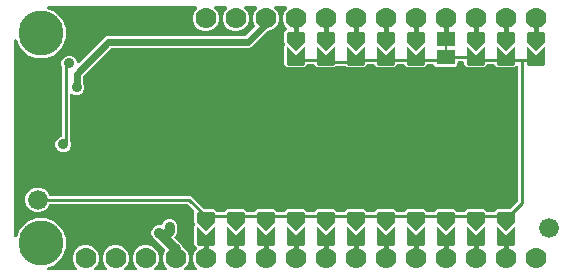
<source format=gbr>
G04 EAGLE Gerber RS-274X export*
G75*
%MOMM*%
%FSLAX34Y34*%
%LPD*%
%INBottom Copper*%
%IPPOS*%
%AMOC8*
5,1,8,0,0,1.08239X$1,22.5*%
G01*
%ADD10C,3.810000*%
%ADD11C,1.778000*%
%ADD12C,1.676400*%
%ADD13C,0.381000*%
%ADD14R,1.600200X1.168400*%
%ADD15R,0.203200X0.635000*%
%ADD16C,0.406400*%
%ADD17C,0.609600*%
%ADD18C,0.906400*%
%ADD19C,0.812800*%
%ADD20C,0.254000*%

G36*
X55285Y2558D02*
X55285Y2558D01*
X55424Y2571D01*
X55443Y2578D01*
X55464Y2581D01*
X55592Y2632D01*
X55724Y2679D01*
X55740Y2690D01*
X55759Y2698D01*
X55872Y2779D01*
X55987Y2857D01*
X56000Y2873D01*
X56017Y2884D01*
X56105Y2992D01*
X56197Y3096D01*
X56206Y3114D01*
X56219Y3129D01*
X56279Y3255D01*
X56342Y3379D01*
X56346Y3399D01*
X56355Y3417D01*
X56381Y3554D01*
X56411Y3689D01*
X56411Y3710D01*
X56415Y3729D01*
X56406Y3868D01*
X56402Y4007D01*
X56396Y4027D01*
X56395Y4047D01*
X56352Y4179D01*
X56313Y4313D01*
X56303Y4330D01*
X56297Y4349D01*
X56222Y4467D01*
X56152Y4587D01*
X56133Y4608D01*
X56127Y4618D01*
X56112Y4632D01*
X56045Y4707D01*
X54240Y6513D01*
X52577Y10527D01*
X52577Y14873D01*
X54240Y18887D01*
X57313Y21960D01*
X61327Y23623D01*
X65673Y23623D01*
X69687Y21960D01*
X72760Y18887D01*
X74423Y14873D01*
X74423Y10527D01*
X72760Y6513D01*
X70955Y4707D01*
X70869Y4598D01*
X70781Y4491D01*
X70772Y4472D01*
X70760Y4456D01*
X70704Y4328D01*
X70645Y4203D01*
X70641Y4183D01*
X70633Y4164D01*
X70611Y4026D01*
X70585Y3890D01*
X70587Y3870D01*
X70583Y3850D01*
X70596Y3711D01*
X70605Y3573D01*
X70611Y3554D01*
X70613Y3534D01*
X70660Y3402D01*
X70703Y3271D01*
X70714Y3253D01*
X70721Y3234D01*
X70799Y3119D01*
X70873Y3002D01*
X70888Y2988D01*
X70899Y2971D01*
X71004Y2879D01*
X71105Y2784D01*
X71123Y2774D01*
X71138Y2761D01*
X71262Y2697D01*
X71383Y2630D01*
X71403Y2625D01*
X71421Y2616D01*
X71557Y2586D01*
X71691Y2551D01*
X71719Y2549D01*
X71731Y2546D01*
X71752Y2547D01*
X71852Y2541D01*
X80548Y2541D01*
X80685Y2558D01*
X80824Y2571D01*
X80843Y2578D01*
X80864Y2581D01*
X80992Y2632D01*
X81124Y2679D01*
X81140Y2690D01*
X81159Y2698D01*
X81272Y2779D01*
X81387Y2857D01*
X81400Y2873D01*
X81417Y2884D01*
X81505Y2992D01*
X81597Y3096D01*
X81606Y3114D01*
X81619Y3129D01*
X81679Y3255D01*
X81742Y3379D01*
X81746Y3399D01*
X81755Y3417D01*
X81781Y3554D01*
X81811Y3689D01*
X81811Y3710D01*
X81815Y3729D01*
X81806Y3868D01*
X81802Y4007D01*
X81796Y4027D01*
X81795Y4047D01*
X81752Y4179D01*
X81713Y4313D01*
X81703Y4330D01*
X81697Y4349D01*
X81622Y4467D01*
X81552Y4587D01*
X81533Y4608D01*
X81527Y4618D01*
X81512Y4632D01*
X81445Y4707D01*
X79640Y6513D01*
X77977Y10527D01*
X77977Y14873D01*
X79640Y18887D01*
X82713Y21960D01*
X86727Y23623D01*
X91073Y23623D01*
X95087Y21960D01*
X98160Y18887D01*
X99823Y14873D01*
X99823Y10527D01*
X98160Y6513D01*
X96355Y4707D01*
X96269Y4598D01*
X96181Y4491D01*
X96172Y4472D01*
X96160Y4456D01*
X96104Y4328D01*
X96045Y4203D01*
X96041Y4183D01*
X96033Y4164D01*
X96011Y4026D01*
X95985Y3890D01*
X95987Y3870D01*
X95983Y3850D01*
X95996Y3711D01*
X96005Y3573D01*
X96011Y3554D01*
X96013Y3534D01*
X96060Y3402D01*
X96103Y3271D01*
X96114Y3253D01*
X96121Y3234D01*
X96199Y3119D01*
X96273Y3002D01*
X96288Y2988D01*
X96299Y2971D01*
X96404Y2879D01*
X96505Y2784D01*
X96523Y2774D01*
X96538Y2761D01*
X96662Y2697D01*
X96783Y2630D01*
X96803Y2625D01*
X96821Y2616D01*
X96957Y2586D01*
X97091Y2551D01*
X97119Y2549D01*
X97131Y2546D01*
X97152Y2547D01*
X97252Y2541D01*
X105948Y2541D01*
X106085Y2558D01*
X106224Y2571D01*
X106243Y2578D01*
X106264Y2581D01*
X106392Y2632D01*
X106524Y2679D01*
X106540Y2690D01*
X106559Y2698D01*
X106672Y2779D01*
X106787Y2857D01*
X106800Y2873D01*
X106817Y2884D01*
X106905Y2992D01*
X106997Y3096D01*
X107006Y3114D01*
X107019Y3129D01*
X107079Y3255D01*
X107142Y3379D01*
X107146Y3399D01*
X107155Y3417D01*
X107181Y3554D01*
X107211Y3689D01*
X107211Y3710D01*
X107215Y3729D01*
X107206Y3868D01*
X107202Y4007D01*
X107196Y4027D01*
X107195Y4047D01*
X107152Y4179D01*
X107113Y4313D01*
X107103Y4330D01*
X107097Y4349D01*
X107022Y4467D01*
X106952Y4587D01*
X106933Y4608D01*
X106927Y4618D01*
X106912Y4632D01*
X106845Y4707D01*
X105040Y6513D01*
X103377Y10527D01*
X103377Y14873D01*
X105040Y18887D01*
X108113Y21960D01*
X112127Y23623D01*
X116473Y23623D01*
X120487Y21960D01*
X123560Y18887D01*
X125223Y14873D01*
X125223Y10527D01*
X123560Y6513D01*
X121755Y4707D01*
X121669Y4598D01*
X121581Y4491D01*
X121572Y4472D01*
X121560Y4456D01*
X121504Y4328D01*
X121445Y4203D01*
X121441Y4183D01*
X121433Y4164D01*
X121411Y4026D01*
X121385Y3890D01*
X121387Y3870D01*
X121383Y3850D01*
X121396Y3711D01*
X121405Y3573D01*
X121411Y3554D01*
X121413Y3534D01*
X121460Y3402D01*
X121503Y3271D01*
X121514Y3253D01*
X121521Y3234D01*
X121599Y3119D01*
X121673Y3002D01*
X121688Y2988D01*
X121699Y2971D01*
X121804Y2879D01*
X121905Y2784D01*
X121923Y2774D01*
X121938Y2761D01*
X122062Y2697D01*
X122183Y2630D01*
X122203Y2625D01*
X122221Y2616D01*
X122357Y2586D01*
X122491Y2551D01*
X122519Y2549D01*
X122531Y2546D01*
X122552Y2547D01*
X122652Y2541D01*
X131348Y2541D01*
X131485Y2558D01*
X131624Y2571D01*
X131643Y2578D01*
X131664Y2581D01*
X131792Y2632D01*
X131924Y2679D01*
X131940Y2690D01*
X131959Y2698D01*
X132072Y2779D01*
X132187Y2857D01*
X132200Y2873D01*
X132217Y2884D01*
X132305Y2992D01*
X132397Y3096D01*
X132406Y3114D01*
X132419Y3129D01*
X132479Y3255D01*
X132542Y3379D01*
X132546Y3399D01*
X132555Y3417D01*
X132581Y3554D01*
X132611Y3689D01*
X132611Y3710D01*
X132615Y3729D01*
X132606Y3868D01*
X132602Y4007D01*
X132596Y4027D01*
X132595Y4047D01*
X132552Y4179D01*
X132513Y4313D01*
X132503Y4330D01*
X132497Y4349D01*
X132422Y4467D01*
X132352Y4587D01*
X132333Y4608D01*
X132327Y4618D01*
X132312Y4632D01*
X132245Y4707D01*
X130440Y6513D01*
X128777Y10527D01*
X128777Y14873D01*
X130440Y18887D01*
X130578Y19025D01*
X130651Y19119D01*
X130730Y19208D01*
X130748Y19244D01*
X130773Y19276D01*
X130820Y19386D01*
X130874Y19492D01*
X130883Y19531D01*
X130899Y19568D01*
X130918Y19686D01*
X130944Y19802D01*
X130943Y19842D01*
X130949Y19882D01*
X130938Y20000D01*
X130934Y20120D01*
X130923Y20159D01*
X130919Y20199D01*
X130879Y20311D01*
X130846Y20425D01*
X130825Y20460D01*
X130812Y20498D01*
X130745Y20597D01*
X130684Y20699D01*
X130645Y20744D01*
X130633Y20761D01*
X130618Y20775D01*
X130578Y20820D01*
X123320Y28078D01*
X123312Y28084D01*
X123307Y28091D01*
X123187Y28181D01*
X123068Y28273D01*
X123060Y28277D01*
X123052Y28282D01*
X122908Y28353D01*
X122011Y28725D01*
X120165Y30571D01*
X119165Y32984D01*
X119165Y35596D01*
X120165Y38009D01*
X122011Y39855D01*
X124424Y40855D01*
X127281Y40855D01*
X127311Y40858D01*
X127340Y40856D01*
X127468Y40878D01*
X127597Y40895D01*
X127624Y40905D01*
X127653Y40910D01*
X127772Y40964D01*
X127893Y41012D01*
X127916Y41029D01*
X127943Y41041D01*
X128045Y41122D01*
X128150Y41198D01*
X128169Y41221D01*
X128192Y41240D01*
X128270Y41343D01*
X128353Y41443D01*
X128365Y41470D01*
X128383Y41494D01*
X128454Y41638D01*
X129055Y43089D01*
X130901Y44935D01*
X133314Y45935D01*
X135926Y45935D01*
X138339Y44935D01*
X140185Y43089D01*
X141185Y40676D01*
X141185Y38064D01*
X140813Y37168D01*
X140811Y37159D01*
X140806Y37151D01*
X140769Y37006D01*
X140729Y36861D01*
X140729Y36852D01*
X140727Y36843D01*
X140717Y36682D01*
X140717Y34347D01*
X139789Y32106D01*
X139060Y31377D01*
X138987Y31283D01*
X138908Y31194D01*
X138889Y31158D01*
X138865Y31126D01*
X138817Y31017D01*
X138763Y30911D01*
X138754Y30872D01*
X138738Y30834D01*
X138720Y30717D01*
X138694Y30601D01*
X138695Y30560D01*
X138688Y30520D01*
X138700Y30402D01*
X138703Y30283D01*
X138714Y30244D01*
X138718Y30204D01*
X138759Y30091D01*
X138792Y29977D01*
X138812Y29942D01*
X138826Y29904D01*
X138893Y29806D01*
X138953Y29703D01*
X138992Y29659D01*
X138994Y29656D01*
X138995Y29655D01*
X139004Y29641D01*
X139020Y29628D01*
X139060Y29582D01*
X144869Y23774D01*
X145363Y22579D01*
X145412Y22493D01*
X145453Y22403D01*
X145491Y22356D01*
X145521Y22303D01*
X145590Y22232D01*
X145652Y22154D01*
X145700Y22118D01*
X145742Y22075D01*
X145821Y22026D01*
X148960Y18887D01*
X150623Y14873D01*
X150623Y10527D01*
X148960Y6513D01*
X147155Y4707D01*
X147069Y4598D01*
X146981Y4491D01*
X146972Y4472D01*
X146960Y4456D01*
X146904Y4328D01*
X146845Y4203D01*
X146841Y4183D01*
X146833Y4164D01*
X146811Y4026D01*
X146785Y3890D01*
X146787Y3870D01*
X146783Y3850D01*
X146796Y3711D01*
X146805Y3573D01*
X146811Y3554D01*
X146813Y3534D01*
X146860Y3402D01*
X146903Y3271D01*
X146914Y3253D01*
X146921Y3234D01*
X146999Y3119D01*
X147073Y3002D01*
X147088Y2988D01*
X147099Y2971D01*
X147204Y2879D01*
X147305Y2784D01*
X147323Y2774D01*
X147338Y2761D01*
X147462Y2697D01*
X147583Y2630D01*
X147603Y2625D01*
X147621Y2616D01*
X147757Y2586D01*
X147891Y2551D01*
X147919Y2549D01*
X147931Y2546D01*
X147952Y2547D01*
X148052Y2541D01*
X156748Y2541D01*
X156885Y2558D01*
X157024Y2571D01*
X157043Y2578D01*
X157064Y2581D01*
X157192Y2632D01*
X157324Y2679D01*
X157340Y2690D01*
X157359Y2698D01*
X157472Y2779D01*
X157587Y2857D01*
X157600Y2873D01*
X157617Y2884D01*
X157705Y2992D01*
X157797Y3096D01*
X157806Y3114D01*
X157819Y3129D01*
X157879Y3255D01*
X157942Y3379D01*
X157946Y3399D01*
X157955Y3417D01*
X157981Y3554D01*
X158011Y3689D01*
X158011Y3710D01*
X158015Y3729D01*
X158006Y3868D01*
X158002Y4007D01*
X157996Y4027D01*
X157995Y4047D01*
X157952Y4179D01*
X157913Y4313D01*
X157903Y4330D01*
X157897Y4349D01*
X157822Y4467D01*
X157752Y4587D01*
X157733Y4608D01*
X157727Y4618D01*
X157712Y4632D01*
X157645Y4707D01*
X155840Y6513D01*
X154177Y10527D01*
X154177Y14873D01*
X155840Y18887D01*
X157505Y20552D01*
X157578Y20646D01*
X157656Y20735D01*
X157675Y20771D01*
X157700Y20803D01*
X157747Y20912D01*
X157801Y21018D01*
X157810Y21058D01*
X157826Y21095D01*
X157845Y21213D01*
X157871Y21328D01*
X157869Y21369D01*
X157876Y21409D01*
X157865Y21527D01*
X157861Y21646D01*
X157850Y21685D01*
X157846Y21725D01*
X157806Y21838D01*
X157773Y21952D01*
X157752Y21987D01*
X157738Y22025D01*
X157671Y22123D01*
X157611Y22226D01*
X157571Y22271D01*
X157560Y22288D01*
X157544Y22301D01*
X157505Y22347D01*
X155447Y24404D01*
X155447Y39339D01*
X155446Y39346D01*
X155447Y39361D01*
X155431Y40301D01*
X155825Y40695D01*
X155898Y40789D01*
X155977Y40878D01*
X155995Y40914D01*
X156020Y40946D01*
X156067Y41056D01*
X156121Y41162D01*
X156130Y41201D01*
X156146Y41238D01*
X156165Y41356D01*
X156191Y41472D01*
X156190Y41512D01*
X156196Y41552D01*
X156185Y41671D01*
X156181Y41790D01*
X156170Y41829D01*
X156166Y41869D01*
X156126Y41981D01*
X156093Y42095D01*
X156072Y42130D01*
X156059Y42168D01*
X155992Y42266D01*
X155931Y42369D01*
X155892Y42414D01*
X155880Y42431D01*
X155865Y42445D01*
X155825Y42490D01*
X155447Y42868D01*
X155447Y51846D01*
X155468Y51873D01*
X155515Y51982D01*
X155569Y52088D01*
X155578Y52127D01*
X155594Y52165D01*
X155613Y52282D01*
X155639Y52398D01*
X155638Y52439D01*
X155644Y52479D01*
X155633Y52597D01*
X155629Y52716D01*
X155618Y52755D01*
X155614Y52795D01*
X155574Y52907D01*
X155541Y53022D01*
X155520Y53057D01*
X155506Y53095D01*
X155440Y53193D01*
X155379Y53296D01*
X155339Y53341D01*
X155328Y53358D01*
X155313Y53371D01*
X155273Y53417D01*
X150134Y58556D01*
X150055Y58616D01*
X149983Y58684D01*
X149930Y58713D01*
X149882Y58750D01*
X149791Y58790D01*
X149705Y58838D01*
X149646Y58853D01*
X149591Y58877D01*
X149493Y58892D01*
X149397Y58917D01*
X149297Y58923D01*
X149276Y58927D01*
X149264Y58925D01*
X149236Y58927D01*
X33613Y58927D01*
X33584Y58924D01*
X33554Y58926D01*
X33426Y58904D01*
X33297Y58887D01*
X33270Y58877D01*
X33241Y58872D01*
X33122Y58818D01*
X33002Y58770D01*
X32978Y58753D01*
X32951Y58741D01*
X32849Y58660D01*
X32744Y58584D01*
X32725Y58561D01*
X32702Y58542D01*
X32624Y58439D01*
X32541Y58339D01*
X32529Y58312D01*
X32511Y58288D01*
X32440Y58144D01*
X31689Y56331D01*
X28759Y53401D01*
X24932Y51815D01*
X20788Y51815D01*
X16961Y53401D01*
X14031Y56331D01*
X12445Y60158D01*
X12445Y64302D01*
X14031Y68129D01*
X16961Y71059D01*
X20788Y72645D01*
X24932Y72645D01*
X28759Y71059D01*
X31689Y68129D01*
X32440Y66316D01*
X32455Y66291D01*
X32464Y66263D01*
X32533Y66153D01*
X32598Y66040D01*
X32618Y66019D01*
X32634Y65994D01*
X32729Y65905D01*
X32819Y65812D01*
X32844Y65796D01*
X32866Y65776D01*
X32980Y65713D01*
X33090Y65645D01*
X33118Y65637D01*
X33144Y65622D01*
X33270Y65590D01*
X33394Y65552D01*
X33424Y65550D01*
X33452Y65543D01*
X33613Y65533D01*
X152498Y65533D01*
X163556Y54474D01*
X163635Y54414D01*
X163707Y54346D01*
X163760Y54317D01*
X163808Y54280D01*
X163899Y54240D01*
X163985Y54192D01*
X164044Y54177D01*
X164099Y54153D01*
X164197Y54138D01*
X164293Y54113D01*
X164393Y54107D01*
X164414Y54103D01*
X164426Y54105D01*
X164454Y54103D01*
X172446Y54103D01*
X174614Y51934D01*
X174693Y51874D01*
X174765Y51806D01*
X174818Y51777D01*
X174866Y51740D01*
X174957Y51700D01*
X175043Y51652D01*
X175102Y51637D01*
X175157Y51613D01*
X175255Y51598D01*
X175351Y51573D01*
X175451Y51567D01*
X175472Y51563D01*
X175484Y51565D01*
X175512Y51563D01*
X180088Y51563D01*
X180186Y51575D01*
X180285Y51578D01*
X180344Y51595D01*
X180404Y51603D01*
X180496Y51639D01*
X180591Y51667D01*
X180643Y51697D01*
X180699Y51720D01*
X180779Y51778D01*
X180865Y51828D01*
X180940Y51894D01*
X180957Y51906D01*
X180965Y51916D01*
X180986Y51934D01*
X183154Y54103D01*
X197846Y54103D01*
X200014Y51934D01*
X200093Y51874D01*
X200165Y51806D01*
X200218Y51777D01*
X200266Y51740D01*
X200357Y51700D01*
X200443Y51652D01*
X200502Y51637D01*
X200557Y51613D01*
X200655Y51598D01*
X200751Y51573D01*
X200851Y51567D01*
X200872Y51563D01*
X200884Y51565D01*
X200912Y51563D01*
X205488Y51563D01*
X205586Y51575D01*
X205685Y51578D01*
X205744Y51595D01*
X205804Y51603D01*
X205896Y51639D01*
X205991Y51667D01*
X206043Y51697D01*
X206099Y51720D01*
X206179Y51778D01*
X206265Y51828D01*
X206340Y51894D01*
X206357Y51906D01*
X206365Y51916D01*
X206386Y51934D01*
X208554Y54103D01*
X223246Y54103D01*
X225414Y51934D01*
X225493Y51874D01*
X225565Y51806D01*
X225618Y51777D01*
X225666Y51740D01*
X225757Y51700D01*
X225843Y51652D01*
X225902Y51637D01*
X225957Y51613D01*
X226055Y51598D01*
X226151Y51573D01*
X226251Y51567D01*
X226272Y51563D01*
X226284Y51565D01*
X226312Y51563D01*
X230888Y51563D01*
X230986Y51575D01*
X231085Y51578D01*
X231144Y51595D01*
X231204Y51603D01*
X231296Y51639D01*
X231391Y51667D01*
X231443Y51697D01*
X231499Y51720D01*
X231580Y51778D01*
X231665Y51828D01*
X231740Y51894D01*
X231757Y51906D01*
X231765Y51916D01*
X231786Y51934D01*
X233954Y54103D01*
X248646Y54103D01*
X250814Y51934D01*
X250893Y51874D01*
X250965Y51806D01*
X251018Y51777D01*
X251066Y51740D01*
X251157Y51700D01*
X251243Y51652D01*
X251302Y51637D01*
X251357Y51613D01*
X251455Y51598D01*
X251551Y51573D01*
X251651Y51567D01*
X251672Y51563D01*
X251684Y51565D01*
X251712Y51563D01*
X256288Y51563D01*
X256386Y51575D01*
X256485Y51578D01*
X256544Y51595D01*
X256604Y51603D01*
X256696Y51639D01*
X256791Y51667D01*
X256843Y51697D01*
X256899Y51720D01*
X256979Y51778D01*
X257065Y51828D01*
X257140Y51894D01*
X257157Y51906D01*
X257165Y51916D01*
X257186Y51934D01*
X259354Y54103D01*
X274046Y54103D01*
X276214Y51934D01*
X276293Y51874D01*
X276365Y51806D01*
X276418Y51777D01*
X276466Y51740D01*
X276557Y51700D01*
X276643Y51652D01*
X276702Y51637D01*
X276757Y51613D01*
X276855Y51598D01*
X276951Y51573D01*
X277051Y51567D01*
X277072Y51563D01*
X277084Y51565D01*
X277112Y51563D01*
X281688Y51563D01*
X281786Y51575D01*
X281885Y51578D01*
X281944Y51595D01*
X282004Y51603D01*
X282096Y51639D01*
X282191Y51667D01*
X282243Y51697D01*
X282299Y51720D01*
X282379Y51778D01*
X282465Y51828D01*
X282540Y51894D01*
X282557Y51906D01*
X282565Y51916D01*
X282586Y51934D01*
X284754Y54103D01*
X299446Y54103D01*
X301614Y51934D01*
X301693Y51874D01*
X301765Y51806D01*
X301818Y51777D01*
X301866Y51740D01*
X301957Y51700D01*
X302043Y51652D01*
X302102Y51637D01*
X302157Y51613D01*
X302255Y51598D01*
X302351Y51573D01*
X302451Y51567D01*
X302472Y51563D01*
X302484Y51565D01*
X302512Y51563D01*
X307088Y51563D01*
X307186Y51575D01*
X307285Y51578D01*
X307344Y51595D01*
X307404Y51603D01*
X307496Y51639D01*
X307591Y51667D01*
X307643Y51697D01*
X307699Y51720D01*
X307780Y51778D01*
X307865Y51828D01*
X307940Y51894D01*
X307957Y51906D01*
X307965Y51916D01*
X307986Y51934D01*
X310154Y54103D01*
X324846Y54103D01*
X327014Y51934D01*
X327093Y51874D01*
X327165Y51806D01*
X327218Y51777D01*
X327266Y51740D01*
X327357Y51700D01*
X327443Y51652D01*
X327502Y51637D01*
X327557Y51613D01*
X327655Y51598D01*
X327751Y51573D01*
X327851Y51567D01*
X327872Y51563D01*
X327884Y51565D01*
X327912Y51563D01*
X332488Y51563D01*
X332586Y51575D01*
X332685Y51578D01*
X332744Y51595D01*
X332804Y51603D01*
X332896Y51639D01*
X332991Y51667D01*
X333043Y51697D01*
X333099Y51720D01*
X333179Y51778D01*
X333265Y51828D01*
X333340Y51894D01*
X333357Y51906D01*
X333365Y51916D01*
X333386Y51934D01*
X335554Y54103D01*
X350246Y54103D01*
X352414Y51934D01*
X352493Y51874D01*
X352565Y51806D01*
X352618Y51777D01*
X352666Y51740D01*
X352757Y51700D01*
X352843Y51652D01*
X352902Y51637D01*
X352957Y51613D01*
X353055Y51598D01*
X353151Y51573D01*
X353251Y51567D01*
X353272Y51563D01*
X353284Y51565D01*
X353312Y51563D01*
X357888Y51563D01*
X357986Y51575D01*
X358085Y51578D01*
X358144Y51595D01*
X358204Y51603D01*
X358296Y51639D01*
X358391Y51667D01*
X358443Y51697D01*
X358499Y51720D01*
X358579Y51778D01*
X358665Y51828D01*
X358740Y51894D01*
X358757Y51906D01*
X358765Y51916D01*
X358786Y51934D01*
X360954Y54103D01*
X375646Y54103D01*
X377814Y51934D01*
X377893Y51874D01*
X377965Y51806D01*
X378018Y51777D01*
X378066Y51740D01*
X378157Y51700D01*
X378243Y51652D01*
X378302Y51637D01*
X378357Y51613D01*
X378455Y51598D01*
X378551Y51573D01*
X378651Y51567D01*
X378672Y51563D01*
X378684Y51565D01*
X378712Y51563D01*
X383288Y51563D01*
X383386Y51575D01*
X383485Y51578D01*
X383544Y51595D01*
X383604Y51603D01*
X383696Y51639D01*
X383791Y51667D01*
X383843Y51697D01*
X383899Y51720D01*
X383980Y51778D01*
X384065Y51828D01*
X384140Y51894D01*
X384157Y51906D01*
X384165Y51916D01*
X384186Y51934D01*
X386354Y54103D01*
X401046Y54103D01*
X403214Y51934D01*
X403293Y51874D01*
X403365Y51806D01*
X403418Y51777D01*
X403466Y51740D01*
X403557Y51700D01*
X403643Y51652D01*
X403702Y51637D01*
X403757Y51613D01*
X403855Y51598D01*
X403951Y51573D01*
X404051Y51567D01*
X404072Y51563D01*
X404084Y51565D01*
X404112Y51563D01*
X408688Y51563D01*
X408786Y51575D01*
X408885Y51578D01*
X408944Y51595D01*
X409004Y51603D01*
X409096Y51639D01*
X409191Y51667D01*
X409243Y51697D01*
X409299Y51720D01*
X409379Y51778D01*
X409465Y51828D01*
X409540Y51894D01*
X409557Y51906D01*
X409565Y51916D01*
X409586Y51934D01*
X411754Y54103D01*
X422286Y54103D01*
X422384Y54115D01*
X422483Y54118D01*
X422542Y54135D01*
X422602Y54143D01*
X422694Y54179D01*
X422789Y54207D01*
X422841Y54237D01*
X422897Y54260D01*
X422977Y54318D01*
X423063Y54368D01*
X423138Y54434D01*
X423155Y54446D01*
X423163Y54456D01*
X423184Y54474D01*
X429396Y60686D01*
X429456Y60765D01*
X429524Y60837D01*
X429553Y60890D01*
X429590Y60938D01*
X429630Y61029D01*
X429678Y61115D01*
X429693Y61174D01*
X429717Y61229D01*
X429732Y61327D01*
X429757Y61423D01*
X429763Y61523D01*
X429767Y61543D01*
X429765Y61556D01*
X429767Y61584D01*
X429767Y174754D01*
X429750Y174892D01*
X429737Y175031D01*
X429730Y175050D01*
X429727Y175070D01*
X429676Y175199D01*
X429629Y175330D01*
X429618Y175347D01*
X429610Y175365D01*
X429529Y175478D01*
X429451Y175593D01*
X429435Y175606D01*
X429424Y175623D01*
X429316Y175712D01*
X429212Y175803D01*
X429194Y175813D01*
X429179Y175826D01*
X429053Y175885D01*
X428929Y175948D01*
X428909Y175953D01*
X428891Y175961D01*
X428754Y175987D01*
X428619Y176018D01*
X428598Y176017D01*
X428579Y176021D01*
X428440Y176012D01*
X428301Y176008D01*
X428281Y176002D01*
X428261Y176001D01*
X428129Y175958D01*
X427995Y175920D01*
X427978Y175909D01*
X427959Y175903D01*
X427841Y175829D01*
X427721Y175758D01*
X427700Y175740D01*
X427690Y175733D01*
X427676Y175718D01*
X427601Y175652D01*
X426446Y174497D01*
X411754Y174497D01*
X409586Y176666D01*
X409507Y176726D01*
X409435Y176794D01*
X409382Y176823D01*
X409334Y176860D01*
X409243Y176900D01*
X409157Y176948D01*
X409098Y176963D01*
X409043Y176987D01*
X408945Y177002D01*
X408849Y177027D01*
X408749Y177033D01*
X408728Y177037D01*
X408716Y177035D01*
X408688Y177037D01*
X404112Y177037D01*
X404014Y177025D01*
X403915Y177022D01*
X403856Y177005D01*
X403796Y176997D01*
X403704Y176961D01*
X403609Y176933D01*
X403557Y176903D01*
X403501Y176880D01*
X403421Y176822D01*
X403335Y176772D01*
X403260Y176706D01*
X403243Y176694D01*
X403235Y176684D01*
X403214Y176666D01*
X401046Y174497D01*
X386354Y174497D01*
X384047Y176804D01*
X384047Y178308D01*
X384032Y178426D01*
X384025Y178545D01*
X384012Y178583D01*
X384007Y178624D01*
X383964Y178734D01*
X383927Y178847D01*
X383905Y178882D01*
X383890Y178919D01*
X383821Y179015D01*
X383757Y179116D01*
X383727Y179144D01*
X383704Y179177D01*
X383612Y179253D01*
X383525Y179334D01*
X383490Y179354D01*
X383459Y179379D01*
X383351Y179430D01*
X383247Y179488D01*
X383207Y179498D01*
X383171Y179515D01*
X383054Y179537D01*
X382939Y179567D01*
X382879Y179571D01*
X382859Y179575D01*
X382838Y179573D01*
X382778Y179577D01*
X379603Y179577D01*
X379485Y179562D01*
X379366Y179555D01*
X379328Y179542D01*
X379287Y179537D01*
X379177Y179494D01*
X379064Y179457D01*
X379029Y179435D01*
X378992Y179420D01*
X378896Y179351D01*
X378795Y179287D01*
X378767Y179257D01*
X378734Y179234D01*
X378658Y179142D01*
X378577Y179055D01*
X378557Y179020D01*
X378532Y178989D01*
X378481Y178881D01*
X378423Y178777D01*
X378413Y178737D01*
X378396Y178701D01*
X378374Y178584D01*
X378344Y178469D01*
X378340Y178409D01*
X378336Y178389D01*
X378338Y178368D01*
X378334Y178308D01*
X378334Y176196D01*
X377143Y175005D01*
X359457Y175005D01*
X358131Y176332D01*
X358124Y176342D01*
X358109Y176379D01*
X358040Y176475D01*
X357976Y176576D01*
X357946Y176604D01*
X357923Y176637D01*
X357831Y176713D01*
X357744Y176794D01*
X357709Y176814D01*
X357678Y176839D01*
X357570Y176890D01*
X357466Y176948D01*
X357426Y176958D01*
X357390Y176975D01*
X357273Y176997D01*
X357158Y177027D01*
X357098Y177031D01*
X357078Y177035D01*
X357057Y177033D01*
X356997Y177037D01*
X353312Y177037D01*
X353214Y177025D01*
X353115Y177022D01*
X353056Y177005D01*
X352996Y176997D01*
X352904Y176961D01*
X352809Y176933D01*
X352757Y176903D01*
X352701Y176880D01*
X352621Y176822D01*
X352535Y176772D01*
X352460Y176706D01*
X352443Y176694D01*
X352435Y176684D01*
X352414Y176666D01*
X350246Y174497D01*
X335554Y174497D01*
X333386Y176666D01*
X333307Y176726D01*
X333235Y176794D01*
X333182Y176823D01*
X333134Y176860D01*
X333043Y176900D01*
X332957Y176948D01*
X332898Y176963D01*
X332843Y176987D01*
X332745Y177002D01*
X332649Y177027D01*
X332549Y177033D01*
X332528Y177037D01*
X332516Y177035D01*
X332488Y177037D01*
X327912Y177037D01*
X327814Y177025D01*
X327715Y177022D01*
X327656Y177005D01*
X327596Y176997D01*
X327504Y176961D01*
X327409Y176933D01*
X327357Y176903D01*
X327301Y176880D01*
X327220Y176822D01*
X327135Y176772D01*
X327060Y176706D01*
X327043Y176694D01*
X327035Y176684D01*
X327014Y176666D01*
X324846Y174497D01*
X310154Y174497D01*
X307986Y176666D01*
X307907Y176726D01*
X307835Y176794D01*
X307782Y176823D01*
X307734Y176860D01*
X307643Y176900D01*
X307557Y176948D01*
X307498Y176963D01*
X307443Y176987D01*
X307345Y177002D01*
X307249Y177027D01*
X307149Y177033D01*
X307128Y177037D01*
X307116Y177035D01*
X307088Y177037D01*
X302512Y177037D01*
X302414Y177025D01*
X302315Y177022D01*
X302256Y177005D01*
X302196Y176997D01*
X302104Y176961D01*
X302009Y176933D01*
X301957Y176903D01*
X301901Y176880D01*
X301821Y176822D01*
X301735Y176772D01*
X301660Y176706D01*
X301643Y176694D01*
X301635Y176684D01*
X301614Y176666D01*
X299446Y174497D01*
X284754Y174497D01*
X283856Y175396D01*
X283777Y175456D01*
X283705Y175524D01*
X283652Y175553D01*
X283604Y175590D01*
X283513Y175630D01*
X283427Y175678D01*
X283368Y175693D01*
X283313Y175717D01*
X283215Y175732D01*
X283119Y175757D01*
X283019Y175763D01*
X282998Y175767D01*
X282986Y175765D01*
X282958Y175767D01*
X275842Y175767D01*
X275744Y175755D01*
X275645Y175752D01*
X275586Y175735D01*
X275526Y175727D01*
X275434Y175691D01*
X275339Y175663D01*
X275287Y175633D01*
X275231Y175610D01*
X275150Y175552D01*
X275065Y175502D01*
X274990Y175436D01*
X274973Y175424D01*
X274965Y175414D01*
X274944Y175395D01*
X274046Y174497D01*
X259354Y174497D01*
X257186Y176666D01*
X257107Y176726D01*
X257035Y176794D01*
X256982Y176823D01*
X256934Y176860D01*
X256843Y176900D01*
X256757Y176948D01*
X256698Y176963D01*
X256643Y176987D01*
X256545Y177002D01*
X256449Y177027D01*
X256349Y177033D01*
X256328Y177037D01*
X256316Y177035D01*
X256288Y177037D01*
X251712Y177037D01*
X251614Y177025D01*
X251515Y177022D01*
X251456Y177005D01*
X251396Y176997D01*
X251304Y176961D01*
X251209Y176933D01*
X251157Y176903D01*
X251101Y176880D01*
X251020Y176822D01*
X250935Y176772D01*
X250860Y176706D01*
X250843Y176694D01*
X250835Y176684D01*
X250814Y176666D01*
X248646Y174497D01*
X233954Y174497D01*
X231647Y176804D01*
X231647Y191739D01*
X231646Y191746D01*
X231647Y191761D01*
X231631Y192701D01*
X232025Y193095D01*
X232098Y193189D01*
X232177Y193278D01*
X232195Y193314D01*
X232220Y193346D01*
X232267Y193456D01*
X232321Y193562D01*
X232330Y193601D01*
X232346Y193638D01*
X232365Y193756D01*
X232391Y193872D01*
X232390Y193912D01*
X232396Y193952D01*
X232385Y194071D01*
X232381Y194190D01*
X232370Y194229D01*
X232366Y194269D01*
X232326Y194381D01*
X232293Y194495D01*
X232272Y194530D01*
X232259Y194568D01*
X232192Y194666D01*
X232131Y194769D01*
X232092Y194814D01*
X232080Y194831D01*
X232065Y194845D01*
X232025Y194890D01*
X231647Y195268D01*
X231647Y204196D01*
X233705Y206253D01*
X233778Y206348D01*
X233856Y206437D01*
X233875Y206473D01*
X233900Y206505D01*
X233947Y206614D01*
X234001Y206720D01*
X234010Y206759D01*
X234026Y206796D01*
X234045Y206914D01*
X234071Y207030D01*
X234069Y207071D01*
X234076Y207111D01*
X234065Y207229D01*
X234061Y207348D01*
X234050Y207387D01*
X234046Y207427D01*
X234006Y207539D01*
X233973Y207654D01*
X233952Y207688D01*
X233938Y207726D01*
X233871Y207825D01*
X233811Y207928D01*
X233771Y207973D01*
X233760Y207990D01*
X233744Y208003D01*
X233705Y208048D01*
X232040Y209713D01*
X230377Y213727D01*
X230377Y218073D01*
X232040Y222087D01*
X233845Y223893D01*
X233931Y224002D01*
X234019Y224109D01*
X234028Y224128D01*
X234040Y224144D01*
X234096Y224272D01*
X234155Y224397D01*
X234159Y224417D01*
X234167Y224436D01*
X234189Y224574D01*
X234215Y224710D01*
X234213Y224730D01*
X234217Y224750D01*
X234204Y224889D01*
X234195Y225027D01*
X234189Y225046D01*
X234187Y225066D01*
X234140Y225198D01*
X234097Y225329D01*
X234086Y225347D01*
X234079Y225366D01*
X234001Y225481D01*
X233927Y225598D01*
X233912Y225612D01*
X233901Y225629D01*
X233796Y225721D01*
X233695Y225816D01*
X233677Y225826D01*
X233662Y225839D01*
X233538Y225903D01*
X233417Y225970D01*
X233397Y225975D01*
X233379Y225984D01*
X233243Y226014D01*
X233109Y226049D01*
X233081Y226051D01*
X233069Y226054D01*
X233048Y226053D01*
X232948Y226059D01*
X224252Y226059D01*
X224115Y226042D01*
X223976Y226029D01*
X223957Y226022D01*
X223936Y226019D01*
X223808Y225968D01*
X223676Y225921D01*
X223660Y225910D01*
X223641Y225902D01*
X223528Y225821D01*
X223413Y225743D01*
X223400Y225727D01*
X223383Y225716D01*
X223295Y225608D01*
X223203Y225504D01*
X223194Y225486D01*
X223181Y225471D01*
X223121Y225345D01*
X223058Y225221D01*
X223054Y225201D01*
X223045Y225183D01*
X223019Y225046D01*
X222989Y224911D01*
X222989Y224890D01*
X222985Y224871D01*
X222994Y224732D01*
X222998Y224593D01*
X223004Y224573D01*
X223005Y224553D01*
X223048Y224421D01*
X223087Y224287D01*
X223097Y224270D01*
X223103Y224251D01*
X223178Y224133D01*
X223248Y224013D01*
X223267Y223992D01*
X223273Y223982D01*
X223288Y223968D01*
X223355Y223893D01*
X225160Y222087D01*
X226823Y218073D01*
X226823Y213727D01*
X225160Y209713D01*
X222087Y206640D01*
X218073Y204977D01*
X217768Y204977D01*
X217670Y204965D01*
X217571Y204962D01*
X217513Y204945D01*
X217453Y204937D01*
X217361Y204901D01*
X217266Y204873D01*
X217213Y204843D01*
X217157Y204820D01*
X217077Y204762D01*
X216992Y204712D01*
X216916Y204646D01*
X216900Y204634D01*
X216892Y204624D01*
X216871Y204606D01*
X203538Y191273D01*
X201671Y190499D01*
X85180Y190499D01*
X85082Y190487D01*
X84983Y190484D01*
X84925Y190467D01*
X84865Y190459D01*
X84773Y190423D01*
X84678Y190395D01*
X84625Y190365D01*
X84569Y190342D01*
X84489Y190284D01*
X84404Y190234D01*
X84328Y190168D01*
X84312Y190156D01*
X84304Y190146D01*
X84283Y190128D01*
X61332Y167177D01*
X61272Y167099D01*
X61204Y167027D01*
X61175Y166974D01*
X61159Y166955D01*
X61157Y166951D01*
X61138Y166926D01*
X61098Y166835D01*
X61050Y166748D01*
X61037Y166696D01*
X61023Y166667D01*
X61021Y166657D01*
X61011Y166634D01*
X60996Y166536D01*
X60971Y166440D01*
X60967Y166372D01*
X60963Y166354D01*
X60964Y166338D01*
X60961Y166320D01*
X60963Y166308D01*
X60961Y166280D01*
X60961Y162209D01*
X60973Y162111D01*
X60976Y162012D01*
X60993Y161954D01*
X61001Y161893D01*
X61037Y161801D01*
X61065Y161706D01*
X61095Y161654D01*
X61118Y161598D01*
X61176Y161518D01*
X61226Y161432D01*
X61292Y161357D01*
X61304Y161340D01*
X61314Y161333D01*
X61332Y161311D01*
X61445Y161199D01*
X62445Y158786D01*
X62445Y156174D01*
X61445Y153761D01*
X59599Y151915D01*
X57186Y150915D01*
X54574Y150915D01*
X52048Y151962D01*
X52000Y151975D01*
X51955Y151996D01*
X51847Y152017D01*
X51741Y152046D01*
X51691Y152046D01*
X51642Y152056D01*
X51533Y152049D01*
X51423Y152051D01*
X51375Y152039D01*
X51325Y152036D01*
X51221Y152002D01*
X51114Y151977D01*
X51070Y151953D01*
X51023Y151938D01*
X50930Y151879D01*
X50833Y151828D01*
X50796Y151795D01*
X50754Y151768D01*
X50679Y151688D01*
X50597Y151614D01*
X50570Y151572D01*
X50536Y151536D01*
X50483Y151440D01*
X50423Y151348D01*
X50406Y151301D01*
X50382Y151258D01*
X50355Y151151D01*
X50319Y151047D01*
X50315Y150998D01*
X50303Y150950D01*
X50293Y150789D01*
X50293Y112521D01*
X50294Y112512D01*
X50293Y112503D01*
X50314Y112354D01*
X50333Y112206D01*
X50336Y112197D01*
X50337Y112188D01*
X50389Y112036D01*
X51015Y110526D01*
X51015Y107914D01*
X50015Y105501D01*
X48169Y103655D01*
X45756Y102655D01*
X43144Y102655D01*
X40731Y103655D01*
X38885Y105501D01*
X37885Y107914D01*
X37885Y110526D01*
X38885Y112939D01*
X40731Y114785D01*
X42904Y115685D01*
X42929Y115700D01*
X42957Y115709D01*
X43067Y115778D01*
X43180Y115843D01*
X43201Y115863D01*
X43226Y115879D01*
X43315Y115973D01*
X43408Y116064D01*
X43424Y116089D01*
X43444Y116111D01*
X43507Y116224D01*
X43575Y116335D01*
X43583Y116363D01*
X43598Y116389D01*
X43630Y116515D01*
X43668Y116639D01*
X43670Y116668D01*
X43677Y116697D01*
X43687Y116858D01*
X43687Y174499D01*
X43686Y174508D01*
X43687Y174517D01*
X43666Y174666D01*
X43647Y174814D01*
X43644Y174823D01*
X43643Y174832D01*
X43591Y174984D01*
X42965Y176494D01*
X42965Y179106D01*
X43965Y181519D01*
X45811Y183365D01*
X48224Y184365D01*
X50836Y184365D01*
X53249Y183365D01*
X55095Y181519D01*
X56187Y178884D01*
X56211Y178841D01*
X56228Y178794D01*
X56290Y178703D01*
X56344Y178608D01*
X56379Y178572D01*
X56407Y178531D01*
X56489Y178458D01*
X56565Y178379D01*
X56608Y178353D01*
X56645Y178320D01*
X56743Y178270D01*
X56837Y178213D01*
X56884Y178198D01*
X56928Y178176D01*
X57036Y178152D01*
X57141Y178119D01*
X57190Y178117D01*
X57239Y178106D01*
X57349Y178109D01*
X57458Y178104D01*
X57507Y178114D01*
X57557Y178116D01*
X57662Y178146D01*
X57770Y178168D01*
X57814Y178190D01*
X57862Y178204D01*
X57957Y178260D01*
X58055Y178308D01*
X58093Y178340D01*
X58136Y178366D01*
X58257Y178472D01*
X79672Y199887D01*
X81539Y200661D01*
X198030Y200661D01*
X198128Y200673D01*
X198227Y200676D01*
X198285Y200693D01*
X198345Y200701D01*
X198437Y200737D01*
X198532Y200765D01*
X198585Y200795D01*
X198641Y200818D01*
X198721Y200876D01*
X198806Y200926D01*
X198882Y200992D01*
X198898Y201004D01*
X198906Y201014D01*
X198927Y201032D01*
X206324Y208429D01*
X206342Y208452D01*
X206364Y208472D01*
X206439Y208578D01*
X206519Y208680D01*
X206531Y208707D01*
X206547Y208732D01*
X206593Y208853D01*
X206645Y208972D01*
X206650Y209001D01*
X206660Y209029D01*
X206675Y209158D01*
X206695Y209286D01*
X206692Y209316D01*
X206695Y209345D01*
X206677Y209473D01*
X206665Y209603D01*
X206655Y209631D01*
X206651Y209660D01*
X206599Y209812D01*
X204977Y213727D01*
X204977Y218073D01*
X206640Y222087D01*
X208445Y223893D01*
X208531Y224002D01*
X208619Y224109D01*
X208628Y224128D01*
X208640Y224144D01*
X208696Y224272D01*
X208755Y224397D01*
X208759Y224417D01*
X208767Y224436D01*
X208789Y224574D01*
X208815Y224710D01*
X208813Y224730D01*
X208817Y224750D01*
X208804Y224889D01*
X208795Y225027D01*
X208789Y225046D01*
X208787Y225066D01*
X208740Y225198D01*
X208697Y225329D01*
X208686Y225347D01*
X208679Y225366D01*
X208601Y225481D01*
X208527Y225598D01*
X208512Y225612D01*
X208501Y225629D01*
X208396Y225721D01*
X208295Y225816D01*
X208277Y225826D01*
X208262Y225839D01*
X208138Y225903D01*
X208017Y225970D01*
X207997Y225975D01*
X207979Y225984D01*
X207843Y226014D01*
X207709Y226049D01*
X207681Y226051D01*
X207669Y226054D01*
X207648Y226053D01*
X207548Y226059D01*
X198852Y226059D01*
X198715Y226042D01*
X198576Y226029D01*
X198557Y226022D01*
X198536Y226019D01*
X198408Y225968D01*
X198276Y225921D01*
X198260Y225910D01*
X198241Y225902D01*
X198128Y225821D01*
X198013Y225743D01*
X198000Y225727D01*
X197983Y225716D01*
X197895Y225608D01*
X197803Y225504D01*
X197794Y225486D01*
X197781Y225471D01*
X197721Y225345D01*
X197658Y225221D01*
X197654Y225201D01*
X197645Y225183D01*
X197619Y225046D01*
X197589Y224911D01*
X197589Y224890D01*
X197585Y224871D01*
X197594Y224732D01*
X197598Y224593D01*
X197604Y224573D01*
X197605Y224553D01*
X197648Y224421D01*
X197687Y224287D01*
X197697Y224270D01*
X197703Y224251D01*
X197778Y224133D01*
X197848Y224013D01*
X197867Y223992D01*
X197873Y223982D01*
X197888Y223968D01*
X197955Y223893D01*
X199760Y222087D01*
X201423Y218073D01*
X201423Y213727D01*
X199760Y209713D01*
X196687Y206640D01*
X192673Y204977D01*
X188327Y204977D01*
X184313Y206640D01*
X181240Y209713D01*
X179577Y213727D01*
X179577Y218073D01*
X181240Y222087D01*
X183045Y223893D01*
X183131Y224002D01*
X183219Y224109D01*
X183228Y224128D01*
X183240Y224144D01*
X183296Y224272D01*
X183355Y224397D01*
X183359Y224417D01*
X183367Y224436D01*
X183389Y224574D01*
X183415Y224710D01*
X183413Y224730D01*
X183417Y224750D01*
X183404Y224889D01*
X183395Y225027D01*
X183389Y225046D01*
X183387Y225066D01*
X183340Y225198D01*
X183297Y225329D01*
X183286Y225347D01*
X183279Y225366D01*
X183201Y225481D01*
X183127Y225598D01*
X183112Y225612D01*
X183101Y225629D01*
X182996Y225721D01*
X182895Y225816D01*
X182877Y225826D01*
X182862Y225839D01*
X182738Y225903D01*
X182617Y225970D01*
X182597Y225975D01*
X182579Y225984D01*
X182443Y226014D01*
X182309Y226049D01*
X182281Y226051D01*
X182269Y226054D01*
X182248Y226053D01*
X182148Y226059D01*
X173452Y226059D01*
X173315Y226042D01*
X173176Y226029D01*
X173157Y226022D01*
X173136Y226019D01*
X173008Y225968D01*
X172876Y225921D01*
X172860Y225910D01*
X172841Y225902D01*
X172728Y225821D01*
X172613Y225743D01*
X172600Y225727D01*
X172583Y225716D01*
X172495Y225608D01*
X172403Y225504D01*
X172394Y225486D01*
X172381Y225471D01*
X172321Y225345D01*
X172258Y225221D01*
X172254Y225201D01*
X172245Y225183D01*
X172219Y225046D01*
X172189Y224911D01*
X172189Y224890D01*
X172185Y224871D01*
X172194Y224732D01*
X172198Y224593D01*
X172204Y224573D01*
X172205Y224553D01*
X172248Y224421D01*
X172287Y224287D01*
X172297Y224270D01*
X172303Y224251D01*
X172378Y224133D01*
X172448Y224013D01*
X172467Y223992D01*
X172473Y223982D01*
X172488Y223968D01*
X172555Y223893D01*
X174360Y222087D01*
X176023Y218073D01*
X176023Y213727D01*
X174360Y209713D01*
X171287Y206640D01*
X167273Y204977D01*
X162927Y204977D01*
X158913Y206640D01*
X155840Y209713D01*
X154177Y213727D01*
X154177Y218073D01*
X155840Y222087D01*
X157645Y223893D01*
X157731Y224002D01*
X157819Y224109D01*
X157828Y224128D01*
X157840Y224144D01*
X157896Y224272D01*
X157955Y224397D01*
X157959Y224417D01*
X157967Y224436D01*
X157989Y224574D01*
X158015Y224710D01*
X158013Y224730D01*
X158017Y224750D01*
X158004Y224889D01*
X157995Y225027D01*
X157989Y225046D01*
X157987Y225066D01*
X157940Y225198D01*
X157897Y225329D01*
X157886Y225347D01*
X157879Y225366D01*
X157801Y225481D01*
X157727Y225598D01*
X157712Y225612D01*
X157701Y225629D01*
X157596Y225721D01*
X157495Y225816D01*
X157477Y225826D01*
X157462Y225839D01*
X157338Y225903D01*
X157217Y225970D01*
X157197Y225975D01*
X157179Y225984D01*
X157043Y226014D01*
X156909Y226049D01*
X156881Y226051D01*
X156869Y226054D01*
X156848Y226053D01*
X156748Y226059D01*
X31686Y226059D01*
X31616Y226051D01*
X31547Y226052D01*
X31459Y226031D01*
X31370Y226019D01*
X31305Y225994D01*
X31237Y225977D01*
X31158Y225935D01*
X31074Y225902D01*
X31018Y225861D01*
X30956Y225829D01*
X30890Y225768D01*
X30817Y225716D01*
X30773Y225662D01*
X30721Y225615D01*
X30672Y225540D01*
X30614Y225471D01*
X30585Y225407D01*
X30546Y225349D01*
X30517Y225264D01*
X30479Y225183D01*
X30466Y225114D01*
X30443Y225048D01*
X30436Y224959D01*
X30419Y224871D01*
X30423Y224801D01*
X30418Y224731D01*
X30433Y224643D01*
X30439Y224553D01*
X30460Y224487D01*
X30472Y224418D01*
X30509Y224336D01*
X30537Y224251D01*
X30574Y224192D01*
X30603Y224128D01*
X30659Y224058D01*
X30707Y223982D01*
X30758Y223934D01*
X30801Y223880D01*
X30873Y223825D01*
X30938Y223764D01*
X31000Y223730D01*
X31055Y223688D01*
X31200Y223617D01*
X37342Y221073D01*
X43273Y215142D01*
X46483Y207394D01*
X46483Y199006D01*
X43273Y191258D01*
X37342Y185327D01*
X29594Y182117D01*
X21206Y182117D01*
X13458Y185327D01*
X7527Y191258D01*
X4983Y197400D01*
X4948Y197461D01*
X4922Y197526D01*
X4870Y197598D01*
X4825Y197676D01*
X4777Y197726D01*
X4736Y197783D01*
X4666Y197840D01*
X4604Y197905D01*
X4544Y197941D01*
X4491Y197986D01*
X4409Y198024D01*
X4333Y198071D01*
X4266Y198092D01*
X4203Y198121D01*
X4115Y198138D01*
X4029Y198165D01*
X3959Y198168D01*
X3890Y198181D01*
X3801Y198175D01*
X3711Y198180D01*
X3643Y198166D01*
X3573Y198161D01*
X3488Y198134D01*
X3400Y198115D01*
X3337Y198085D01*
X3271Y198063D01*
X3195Y198015D01*
X3114Y197976D01*
X3061Y197930D01*
X3002Y197893D01*
X2940Y197828D01*
X2872Y197769D01*
X2832Y197712D01*
X2784Y197662D01*
X2741Y197583D01*
X2689Y197509D01*
X2664Y197444D01*
X2630Y197383D01*
X2608Y197296D01*
X2576Y197212D01*
X2568Y197143D01*
X2551Y197075D01*
X2541Y196914D01*
X2541Y31686D01*
X2549Y31616D01*
X2548Y31547D01*
X2569Y31459D01*
X2581Y31370D01*
X2606Y31305D01*
X2623Y31237D01*
X2665Y31158D01*
X2698Y31074D01*
X2739Y31018D01*
X2771Y30956D01*
X2832Y30890D01*
X2884Y30817D01*
X2938Y30773D01*
X2985Y30721D01*
X3060Y30672D01*
X3129Y30614D01*
X3193Y30585D01*
X3251Y30546D01*
X3336Y30517D01*
X3417Y30479D01*
X3486Y30466D01*
X3552Y30443D01*
X3641Y30436D01*
X3729Y30419D01*
X3799Y30423D01*
X3869Y30418D01*
X3957Y30433D01*
X4047Y30439D01*
X4113Y30460D01*
X4182Y30472D01*
X4264Y30509D01*
X4349Y30537D01*
X4408Y30574D01*
X4472Y30603D01*
X4542Y30659D01*
X4618Y30707D01*
X4666Y30758D01*
X4720Y30801D01*
X4775Y30873D01*
X4836Y30938D01*
X4870Y31000D01*
X4912Y31055D01*
X4983Y31200D01*
X7527Y37342D01*
X13458Y43273D01*
X21206Y46483D01*
X29594Y46483D01*
X37342Y43273D01*
X43273Y37342D01*
X46483Y29594D01*
X46483Y21206D01*
X43273Y13458D01*
X37342Y7527D01*
X31200Y4983D01*
X31139Y4948D01*
X31074Y4922D01*
X31002Y4870D01*
X30924Y4825D01*
X30874Y4777D01*
X30817Y4736D01*
X30760Y4666D01*
X30695Y4604D01*
X30659Y4544D01*
X30614Y4491D01*
X30576Y4409D01*
X30529Y4333D01*
X30508Y4266D01*
X30479Y4203D01*
X30462Y4115D01*
X30435Y4029D01*
X30432Y3959D01*
X30419Y3890D01*
X30425Y3801D01*
X30420Y3711D01*
X30434Y3643D01*
X30439Y3573D01*
X30466Y3488D01*
X30485Y3400D01*
X30515Y3337D01*
X30537Y3271D01*
X30585Y3195D01*
X30624Y3114D01*
X30670Y3061D01*
X30707Y3002D01*
X30772Y2940D01*
X30831Y2872D01*
X30888Y2832D01*
X30938Y2784D01*
X31017Y2741D01*
X31091Y2689D01*
X31156Y2664D01*
X31217Y2630D01*
X31304Y2608D01*
X31388Y2576D01*
X31457Y2568D01*
X31525Y2551D01*
X31686Y2541D01*
X55148Y2541D01*
X55285Y2558D01*
G37*
G36*
X241329Y188607D02*
X241329Y188607D01*
X241385Y188610D01*
X241398Y188620D01*
X241413Y188622D01*
X241479Y188670D01*
X248845Y196036D01*
X248870Y196081D01*
X248873Y196085D01*
X248874Y196087D01*
X248906Y196135D01*
X248909Y196152D01*
X248913Y196159D01*
X248912Y196172D01*
X248919Y196215D01*
X248919Y201930D01*
X248915Y201945D01*
X248917Y201961D01*
X248896Y202012D01*
X248880Y202065D01*
X248868Y202076D01*
X248862Y202090D01*
X248816Y202122D01*
X248775Y202159D01*
X248759Y202161D01*
X248746Y202170D01*
X248666Y202183D01*
X233934Y202183D01*
X233919Y202179D01*
X233903Y202181D01*
X233852Y202160D01*
X233799Y202144D01*
X233788Y202132D01*
X233774Y202126D01*
X233742Y202080D01*
X233705Y202039D01*
X233703Y202023D01*
X233694Y202010D01*
X233681Y201930D01*
X233681Y196215D01*
X233697Y196159D01*
X233707Y196102D01*
X233718Y196088D01*
X233720Y196080D01*
X233730Y196071D01*
X233755Y196036D01*
X241121Y188670D01*
X241135Y188662D01*
X241144Y188650D01*
X241196Y188629D01*
X241244Y188602D01*
X241260Y188603D01*
X241275Y188597D01*
X241329Y188607D01*
G37*
G36*
X393729Y188607D02*
X393729Y188607D01*
X393785Y188610D01*
X393798Y188620D01*
X393813Y188622D01*
X393879Y188670D01*
X401245Y196036D01*
X401270Y196081D01*
X401273Y196085D01*
X401274Y196087D01*
X401306Y196135D01*
X401309Y196152D01*
X401313Y196159D01*
X401312Y196172D01*
X401319Y196215D01*
X401319Y201930D01*
X401315Y201945D01*
X401317Y201961D01*
X401296Y202012D01*
X401280Y202065D01*
X401268Y202076D01*
X401262Y202090D01*
X401216Y202122D01*
X401175Y202159D01*
X401159Y202161D01*
X401146Y202170D01*
X401066Y202183D01*
X386334Y202183D01*
X386319Y202179D01*
X386303Y202181D01*
X386252Y202160D01*
X386199Y202144D01*
X386188Y202132D01*
X386174Y202126D01*
X386142Y202080D01*
X386105Y202039D01*
X386103Y202023D01*
X386094Y202010D01*
X386081Y201930D01*
X386081Y196215D01*
X386097Y196159D01*
X386107Y196102D01*
X386118Y196088D01*
X386120Y196080D01*
X386130Y196071D01*
X386155Y196036D01*
X393521Y188670D01*
X393535Y188662D01*
X393544Y188650D01*
X393596Y188629D01*
X393644Y188602D01*
X393660Y188603D01*
X393675Y188597D01*
X393729Y188607D01*
G37*
G36*
X266729Y188607D02*
X266729Y188607D01*
X266785Y188610D01*
X266798Y188620D01*
X266813Y188622D01*
X266879Y188670D01*
X274245Y196036D01*
X274270Y196081D01*
X274273Y196085D01*
X274274Y196087D01*
X274306Y196135D01*
X274309Y196152D01*
X274313Y196159D01*
X274312Y196172D01*
X274319Y196215D01*
X274319Y201930D01*
X274315Y201945D01*
X274317Y201961D01*
X274296Y202012D01*
X274280Y202065D01*
X274268Y202076D01*
X274262Y202090D01*
X274216Y202122D01*
X274175Y202159D01*
X274159Y202161D01*
X274146Y202170D01*
X274066Y202183D01*
X259334Y202183D01*
X259319Y202179D01*
X259303Y202181D01*
X259252Y202160D01*
X259199Y202144D01*
X259188Y202132D01*
X259174Y202126D01*
X259142Y202080D01*
X259105Y202039D01*
X259103Y202023D01*
X259094Y202010D01*
X259081Y201930D01*
X259081Y196215D01*
X259097Y196159D01*
X259107Y196102D01*
X259118Y196088D01*
X259120Y196080D01*
X259130Y196071D01*
X259155Y196036D01*
X266521Y188670D01*
X266535Y188662D01*
X266544Y188650D01*
X266596Y188629D01*
X266644Y188602D01*
X266660Y188603D01*
X266675Y188597D01*
X266729Y188607D01*
G37*
G36*
X317529Y188607D02*
X317529Y188607D01*
X317585Y188610D01*
X317598Y188620D01*
X317613Y188622D01*
X317679Y188670D01*
X325045Y196036D01*
X325070Y196081D01*
X325073Y196085D01*
X325074Y196087D01*
X325106Y196135D01*
X325109Y196152D01*
X325113Y196159D01*
X325112Y196172D01*
X325119Y196215D01*
X325119Y201930D01*
X325115Y201945D01*
X325117Y201961D01*
X325096Y202012D01*
X325080Y202065D01*
X325068Y202076D01*
X325062Y202090D01*
X325016Y202122D01*
X324975Y202159D01*
X324959Y202161D01*
X324946Y202170D01*
X324866Y202183D01*
X310134Y202183D01*
X310119Y202179D01*
X310103Y202181D01*
X310052Y202160D01*
X309999Y202144D01*
X309988Y202132D01*
X309974Y202126D01*
X309942Y202080D01*
X309905Y202039D01*
X309903Y202023D01*
X309894Y202010D01*
X309881Y201930D01*
X309881Y196215D01*
X309897Y196159D01*
X309907Y196102D01*
X309918Y196088D01*
X309920Y196080D01*
X309930Y196071D01*
X309955Y196036D01*
X317321Y188670D01*
X317335Y188662D01*
X317344Y188650D01*
X317396Y188629D01*
X317444Y188602D01*
X317460Y188603D01*
X317475Y188597D01*
X317529Y188607D01*
G37*
G36*
X419129Y188607D02*
X419129Y188607D01*
X419185Y188610D01*
X419198Y188620D01*
X419213Y188622D01*
X419279Y188670D01*
X426645Y196036D01*
X426670Y196081D01*
X426673Y196085D01*
X426674Y196087D01*
X426706Y196135D01*
X426709Y196152D01*
X426713Y196159D01*
X426712Y196172D01*
X426719Y196215D01*
X426719Y201930D01*
X426715Y201945D01*
X426717Y201961D01*
X426696Y202012D01*
X426680Y202065D01*
X426668Y202076D01*
X426662Y202090D01*
X426616Y202122D01*
X426575Y202159D01*
X426559Y202161D01*
X426546Y202170D01*
X426466Y202183D01*
X411734Y202183D01*
X411719Y202179D01*
X411703Y202181D01*
X411652Y202160D01*
X411599Y202144D01*
X411588Y202132D01*
X411574Y202126D01*
X411542Y202080D01*
X411505Y202039D01*
X411503Y202023D01*
X411494Y202010D01*
X411481Y201930D01*
X411481Y196215D01*
X411497Y196159D01*
X411507Y196102D01*
X411518Y196088D01*
X411520Y196080D01*
X411530Y196071D01*
X411555Y196036D01*
X418921Y188670D01*
X418935Y188662D01*
X418944Y188650D01*
X418996Y188629D01*
X419044Y188602D01*
X419060Y188603D01*
X419075Y188597D01*
X419129Y188607D01*
G37*
G36*
X444529Y188607D02*
X444529Y188607D01*
X444585Y188610D01*
X444598Y188620D01*
X444613Y188622D01*
X444679Y188670D01*
X452045Y196036D01*
X452070Y196081D01*
X452073Y196085D01*
X452074Y196087D01*
X452106Y196135D01*
X452109Y196152D01*
X452113Y196159D01*
X452112Y196172D01*
X452119Y196215D01*
X452119Y201930D01*
X452115Y201945D01*
X452117Y201961D01*
X452096Y202012D01*
X452080Y202065D01*
X452068Y202076D01*
X452062Y202090D01*
X452016Y202122D01*
X451975Y202159D01*
X451959Y202161D01*
X451946Y202170D01*
X451866Y202183D01*
X437134Y202183D01*
X437119Y202179D01*
X437103Y202181D01*
X437052Y202160D01*
X436999Y202144D01*
X436988Y202132D01*
X436974Y202126D01*
X436942Y202080D01*
X436905Y202039D01*
X436903Y202023D01*
X436894Y202010D01*
X436881Y201930D01*
X436881Y196215D01*
X436897Y196159D01*
X436907Y196102D01*
X436918Y196088D01*
X436920Y196080D01*
X436930Y196071D01*
X436955Y196036D01*
X444321Y188670D01*
X444335Y188662D01*
X444344Y188650D01*
X444396Y188629D01*
X444444Y188602D01*
X444460Y188603D01*
X444475Y188597D01*
X444529Y188607D01*
G37*
G36*
X342929Y188607D02*
X342929Y188607D01*
X342985Y188610D01*
X342998Y188620D01*
X343013Y188622D01*
X343079Y188670D01*
X350445Y196036D01*
X350470Y196081D01*
X350473Y196085D01*
X350474Y196087D01*
X350506Y196135D01*
X350509Y196152D01*
X350513Y196159D01*
X350512Y196172D01*
X350519Y196215D01*
X350519Y201930D01*
X350515Y201945D01*
X350517Y201961D01*
X350496Y202012D01*
X350480Y202065D01*
X350468Y202076D01*
X350462Y202090D01*
X350416Y202122D01*
X350375Y202159D01*
X350359Y202161D01*
X350346Y202170D01*
X350266Y202183D01*
X335534Y202183D01*
X335519Y202179D01*
X335503Y202181D01*
X335452Y202160D01*
X335399Y202144D01*
X335388Y202132D01*
X335374Y202126D01*
X335342Y202080D01*
X335305Y202039D01*
X335303Y202023D01*
X335294Y202010D01*
X335281Y201930D01*
X335281Y196215D01*
X335297Y196159D01*
X335307Y196102D01*
X335318Y196088D01*
X335320Y196080D01*
X335330Y196071D01*
X335355Y196036D01*
X342721Y188670D01*
X342735Y188662D01*
X342744Y188650D01*
X342796Y188629D01*
X342844Y188602D01*
X342860Y188603D01*
X342875Y188597D01*
X342929Y188607D01*
G37*
G36*
X292129Y188607D02*
X292129Y188607D01*
X292185Y188610D01*
X292198Y188620D01*
X292213Y188622D01*
X292279Y188670D01*
X299645Y196036D01*
X299670Y196081D01*
X299673Y196085D01*
X299674Y196087D01*
X299706Y196135D01*
X299709Y196152D01*
X299713Y196159D01*
X299712Y196172D01*
X299719Y196215D01*
X299719Y201930D01*
X299715Y201945D01*
X299717Y201961D01*
X299696Y202012D01*
X299680Y202065D01*
X299668Y202076D01*
X299662Y202090D01*
X299616Y202122D01*
X299575Y202159D01*
X299559Y202161D01*
X299546Y202170D01*
X299466Y202183D01*
X284734Y202183D01*
X284719Y202179D01*
X284703Y202181D01*
X284652Y202160D01*
X284599Y202144D01*
X284588Y202132D01*
X284574Y202126D01*
X284542Y202080D01*
X284505Y202039D01*
X284503Y202023D01*
X284494Y202010D01*
X284481Y201930D01*
X284481Y196215D01*
X284497Y196159D01*
X284507Y196102D01*
X284518Y196088D01*
X284520Y196080D01*
X284530Y196071D01*
X284555Y196036D01*
X291921Y188670D01*
X291935Y188662D01*
X291944Y188650D01*
X291996Y188629D01*
X292044Y188602D01*
X292060Y188603D01*
X292075Y188597D01*
X292129Y188607D01*
G37*
G36*
X241329Y36207D02*
X241329Y36207D01*
X241385Y36210D01*
X241398Y36220D01*
X241413Y36222D01*
X241479Y36270D01*
X248845Y43636D01*
X248870Y43681D01*
X248873Y43685D01*
X248874Y43687D01*
X248906Y43735D01*
X248909Y43752D01*
X248913Y43759D01*
X248912Y43772D01*
X248919Y43815D01*
X248919Y49530D01*
X248915Y49545D01*
X248917Y49561D01*
X248896Y49612D01*
X248880Y49665D01*
X248868Y49676D01*
X248862Y49690D01*
X248816Y49722D01*
X248775Y49759D01*
X248759Y49761D01*
X248746Y49770D01*
X248666Y49783D01*
X233934Y49783D01*
X233919Y49779D01*
X233903Y49781D01*
X233852Y49760D01*
X233799Y49744D01*
X233788Y49732D01*
X233774Y49726D01*
X233742Y49680D01*
X233705Y49639D01*
X233703Y49623D01*
X233694Y49610D01*
X233681Y49530D01*
X233681Y43815D01*
X233697Y43759D01*
X233707Y43702D01*
X233718Y43688D01*
X233720Y43680D01*
X233730Y43671D01*
X233755Y43636D01*
X241121Y36270D01*
X241135Y36262D01*
X241144Y36250D01*
X241196Y36229D01*
X241244Y36202D01*
X241260Y36203D01*
X241275Y36197D01*
X241329Y36207D01*
G37*
G36*
X215929Y36207D02*
X215929Y36207D01*
X215985Y36210D01*
X215998Y36220D01*
X216013Y36222D01*
X216079Y36270D01*
X223445Y43636D01*
X223470Y43681D01*
X223473Y43685D01*
X223474Y43687D01*
X223506Y43735D01*
X223509Y43752D01*
X223513Y43759D01*
X223512Y43772D01*
X223519Y43815D01*
X223519Y49530D01*
X223515Y49545D01*
X223517Y49561D01*
X223496Y49612D01*
X223480Y49665D01*
X223468Y49676D01*
X223462Y49690D01*
X223416Y49722D01*
X223375Y49759D01*
X223359Y49761D01*
X223346Y49770D01*
X223266Y49783D01*
X208534Y49783D01*
X208519Y49779D01*
X208503Y49781D01*
X208452Y49760D01*
X208399Y49744D01*
X208388Y49732D01*
X208374Y49726D01*
X208342Y49680D01*
X208305Y49639D01*
X208303Y49623D01*
X208294Y49610D01*
X208281Y49530D01*
X208281Y43815D01*
X208297Y43759D01*
X208307Y43702D01*
X208318Y43688D01*
X208320Y43680D01*
X208330Y43671D01*
X208355Y43636D01*
X215721Y36270D01*
X215735Y36262D01*
X215744Y36250D01*
X215796Y36229D01*
X215844Y36202D01*
X215860Y36203D01*
X215875Y36197D01*
X215929Y36207D01*
G37*
G36*
X393729Y36207D02*
X393729Y36207D01*
X393785Y36210D01*
X393798Y36220D01*
X393813Y36222D01*
X393879Y36270D01*
X401245Y43636D01*
X401270Y43681D01*
X401273Y43685D01*
X401274Y43687D01*
X401306Y43735D01*
X401309Y43752D01*
X401313Y43759D01*
X401312Y43772D01*
X401319Y43815D01*
X401319Y49530D01*
X401315Y49545D01*
X401317Y49561D01*
X401296Y49612D01*
X401280Y49665D01*
X401268Y49676D01*
X401262Y49690D01*
X401216Y49722D01*
X401175Y49759D01*
X401159Y49761D01*
X401146Y49770D01*
X401066Y49783D01*
X386334Y49783D01*
X386319Y49779D01*
X386303Y49781D01*
X386252Y49760D01*
X386199Y49744D01*
X386188Y49732D01*
X386174Y49726D01*
X386142Y49680D01*
X386105Y49639D01*
X386103Y49623D01*
X386094Y49610D01*
X386081Y49530D01*
X386081Y43815D01*
X386097Y43759D01*
X386107Y43702D01*
X386118Y43688D01*
X386120Y43680D01*
X386130Y43671D01*
X386155Y43636D01*
X393521Y36270D01*
X393535Y36262D01*
X393544Y36250D01*
X393596Y36229D01*
X393644Y36202D01*
X393660Y36203D01*
X393675Y36197D01*
X393729Y36207D01*
G37*
G36*
X190529Y36207D02*
X190529Y36207D01*
X190585Y36210D01*
X190598Y36220D01*
X190613Y36222D01*
X190679Y36270D01*
X198045Y43636D01*
X198070Y43681D01*
X198073Y43685D01*
X198074Y43687D01*
X198106Y43735D01*
X198109Y43752D01*
X198113Y43759D01*
X198112Y43772D01*
X198119Y43815D01*
X198119Y49530D01*
X198115Y49545D01*
X198117Y49561D01*
X198096Y49612D01*
X198080Y49665D01*
X198068Y49676D01*
X198062Y49690D01*
X198016Y49722D01*
X197975Y49759D01*
X197959Y49761D01*
X197946Y49770D01*
X197866Y49783D01*
X183134Y49783D01*
X183119Y49779D01*
X183103Y49781D01*
X183052Y49760D01*
X182999Y49744D01*
X182988Y49732D01*
X182974Y49726D01*
X182942Y49680D01*
X182905Y49639D01*
X182903Y49623D01*
X182894Y49610D01*
X182881Y49530D01*
X182881Y43815D01*
X182897Y43759D01*
X182907Y43702D01*
X182918Y43688D01*
X182920Y43680D01*
X182930Y43671D01*
X182955Y43636D01*
X190321Y36270D01*
X190335Y36262D01*
X190344Y36250D01*
X190396Y36229D01*
X190444Y36202D01*
X190460Y36203D01*
X190475Y36197D01*
X190529Y36207D01*
G37*
G36*
X165129Y36207D02*
X165129Y36207D01*
X165185Y36210D01*
X165198Y36220D01*
X165213Y36222D01*
X165279Y36270D01*
X172645Y43636D01*
X172670Y43681D01*
X172673Y43685D01*
X172674Y43687D01*
X172706Y43735D01*
X172709Y43752D01*
X172713Y43759D01*
X172712Y43772D01*
X172719Y43815D01*
X172719Y49530D01*
X172715Y49545D01*
X172717Y49561D01*
X172696Y49612D01*
X172680Y49665D01*
X172668Y49676D01*
X172662Y49690D01*
X172616Y49722D01*
X172575Y49759D01*
X172559Y49761D01*
X172546Y49770D01*
X172466Y49783D01*
X157734Y49783D01*
X157719Y49779D01*
X157703Y49781D01*
X157652Y49760D01*
X157599Y49744D01*
X157588Y49732D01*
X157574Y49726D01*
X157542Y49680D01*
X157505Y49639D01*
X157503Y49623D01*
X157494Y49610D01*
X157481Y49530D01*
X157481Y43815D01*
X157497Y43759D01*
X157507Y43702D01*
X157518Y43688D01*
X157520Y43680D01*
X157530Y43671D01*
X157555Y43636D01*
X164921Y36270D01*
X164935Y36262D01*
X164944Y36250D01*
X164996Y36229D01*
X165044Y36202D01*
X165060Y36203D01*
X165075Y36197D01*
X165129Y36207D01*
G37*
G36*
X266729Y36207D02*
X266729Y36207D01*
X266785Y36210D01*
X266798Y36220D01*
X266813Y36222D01*
X266879Y36270D01*
X274245Y43636D01*
X274270Y43681D01*
X274273Y43685D01*
X274274Y43687D01*
X274306Y43735D01*
X274309Y43752D01*
X274313Y43759D01*
X274312Y43772D01*
X274319Y43815D01*
X274319Y49530D01*
X274315Y49545D01*
X274317Y49561D01*
X274296Y49612D01*
X274280Y49665D01*
X274268Y49676D01*
X274262Y49690D01*
X274216Y49722D01*
X274175Y49759D01*
X274159Y49761D01*
X274146Y49770D01*
X274066Y49783D01*
X259334Y49783D01*
X259319Y49779D01*
X259303Y49781D01*
X259252Y49760D01*
X259199Y49744D01*
X259188Y49732D01*
X259174Y49726D01*
X259142Y49680D01*
X259105Y49639D01*
X259103Y49623D01*
X259094Y49610D01*
X259081Y49530D01*
X259081Y43815D01*
X259097Y43759D01*
X259107Y43702D01*
X259118Y43688D01*
X259120Y43680D01*
X259130Y43671D01*
X259155Y43636D01*
X266521Y36270D01*
X266535Y36262D01*
X266544Y36250D01*
X266596Y36229D01*
X266644Y36202D01*
X266660Y36203D01*
X266675Y36197D01*
X266729Y36207D01*
G37*
G36*
X342929Y36207D02*
X342929Y36207D01*
X342985Y36210D01*
X342998Y36220D01*
X343013Y36222D01*
X343079Y36270D01*
X350445Y43636D01*
X350470Y43681D01*
X350473Y43685D01*
X350474Y43687D01*
X350506Y43735D01*
X350509Y43752D01*
X350513Y43759D01*
X350512Y43772D01*
X350519Y43815D01*
X350519Y49530D01*
X350515Y49545D01*
X350517Y49561D01*
X350496Y49612D01*
X350480Y49665D01*
X350468Y49676D01*
X350462Y49690D01*
X350416Y49722D01*
X350375Y49759D01*
X350359Y49761D01*
X350346Y49770D01*
X350266Y49783D01*
X335534Y49783D01*
X335519Y49779D01*
X335503Y49781D01*
X335452Y49760D01*
X335399Y49744D01*
X335388Y49732D01*
X335374Y49726D01*
X335342Y49680D01*
X335305Y49639D01*
X335303Y49623D01*
X335294Y49610D01*
X335281Y49530D01*
X335281Y43815D01*
X335297Y43759D01*
X335307Y43702D01*
X335318Y43688D01*
X335320Y43680D01*
X335330Y43671D01*
X335355Y43636D01*
X342721Y36270D01*
X342735Y36262D01*
X342744Y36250D01*
X342796Y36229D01*
X342844Y36202D01*
X342860Y36203D01*
X342875Y36197D01*
X342929Y36207D01*
G37*
G36*
X317529Y36207D02*
X317529Y36207D01*
X317585Y36210D01*
X317598Y36220D01*
X317613Y36222D01*
X317679Y36270D01*
X325045Y43636D01*
X325070Y43681D01*
X325073Y43685D01*
X325074Y43687D01*
X325106Y43735D01*
X325109Y43752D01*
X325113Y43759D01*
X325112Y43772D01*
X325119Y43815D01*
X325119Y49530D01*
X325115Y49545D01*
X325117Y49561D01*
X325096Y49612D01*
X325080Y49665D01*
X325068Y49676D01*
X325062Y49690D01*
X325016Y49722D01*
X324975Y49759D01*
X324959Y49761D01*
X324946Y49770D01*
X324866Y49783D01*
X310134Y49783D01*
X310119Y49779D01*
X310103Y49781D01*
X310052Y49760D01*
X309999Y49744D01*
X309988Y49732D01*
X309974Y49726D01*
X309942Y49680D01*
X309905Y49639D01*
X309903Y49623D01*
X309894Y49610D01*
X309881Y49530D01*
X309881Y43815D01*
X309897Y43759D01*
X309907Y43702D01*
X309918Y43688D01*
X309920Y43680D01*
X309930Y43671D01*
X309955Y43636D01*
X317321Y36270D01*
X317335Y36262D01*
X317344Y36250D01*
X317396Y36229D01*
X317444Y36202D01*
X317460Y36203D01*
X317475Y36197D01*
X317529Y36207D01*
G37*
G36*
X368329Y36207D02*
X368329Y36207D01*
X368385Y36210D01*
X368398Y36220D01*
X368413Y36222D01*
X368479Y36270D01*
X375845Y43636D01*
X375870Y43681D01*
X375873Y43685D01*
X375874Y43687D01*
X375906Y43735D01*
X375909Y43752D01*
X375913Y43759D01*
X375912Y43772D01*
X375919Y43815D01*
X375919Y49530D01*
X375915Y49545D01*
X375917Y49561D01*
X375896Y49612D01*
X375880Y49665D01*
X375868Y49676D01*
X375862Y49690D01*
X375816Y49722D01*
X375775Y49759D01*
X375759Y49761D01*
X375746Y49770D01*
X375666Y49783D01*
X360934Y49783D01*
X360919Y49779D01*
X360903Y49781D01*
X360852Y49760D01*
X360799Y49744D01*
X360788Y49732D01*
X360774Y49726D01*
X360742Y49680D01*
X360705Y49639D01*
X360703Y49623D01*
X360694Y49610D01*
X360681Y49530D01*
X360681Y43815D01*
X360697Y43759D01*
X360707Y43702D01*
X360718Y43688D01*
X360720Y43680D01*
X360730Y43671D01*
X360755Y43636D01*
X368121Y36270D01*
X368135Y36262D01*
X368144Y36250D01*
X368196Y36229D01*
X368244Y36202D01*
X368260Y36203D01*
X368275Y36197D01*
X368329Y36207D01*
G37*
G36*
X292129Y36207D02*
X292129Y36207D01*
X292185Y36210D01*
X292198Y36220D01*
X292213Y36222D01*
X292279Y36270D01*
X299645Y43636D01*
X299670Y43681D01*
X299673Y43685D01*
X299674Y43687D01*
X299706Y43735D01*
X299709Y43752D01*
X299713Y43759D01*
X299712Y43772D01*
X299719Y43815D01*
X299719Y49530D01*
X299715Y49545D01*
X299717Y49561D01*
X299696Y49612D01*
X299680Y49665D01*
X299668Y49676D01*
X299662Y49690D01*
X299616Y49722D01*
X299575Y49759D01*
X299559Y49761D01*
X299546Y49770D01*
X299466Y49783D01*
X284734Y49783D01*
X284719Y49779D01*
X284703Y49781D01*
X284652Y49760D01*
X284599Y49744D01*
X284588Y49732D01*
X284574Y49726D01*
X284542Y49680D01*
X284505Y49639D01*
X284503Y49623D01*
X284494Y49610D01*
X284481Y49530D01*
X284481Y43815D01*
X284497Y43759D01*
X284507Y43702D01*
X284518Y43688D01*
X284520Y43680D01*
X284530Y43671D01*
X284555Y43636D01*
X291921Y36270D01*
X291935Y36262D01*
X291944Y36250D01*
X291996Y36229D01*
X292044Y36202D01*
X292060Y36203D01*
X292075Y36197D01*
X292129Y36207D01*
G37*
G36*
X419129Y36207D02*
X419129Y36207D01*
X419185Y36210D01*
X419198Y36220D01*
X419213Y36222D01*
X419279Y36270D01*
X426645Y43636D01*
X426670Y43681D01*
X426673Y43685D01*
X426674Y43687D01*
X426706Y43735D01*
X426709Y43752D01*
X426713Y43759D01*
X426712Y43772D01*
X426719Y43815D01*
X426719Y49530D01*
X426715Y49545D01*
X426717Y49561D01*
X426696Y49612D01*
X426680Y49665D01*
X426668Y49676D01*
X426662Y49690D01*
X426616Y49722D01*
X426575Y49759D01*
X426559Y49761D01*
X426546Y49770D01*
X426466Y49783D01*
X411734Y49783D01*
X411719Y49779D01*
X411703Y49781D01*
X411652Y49760D01*
X411599Y49744D01*
X411588Y49732D01*
X411574Y49726D01*
X411542Y49680D01*
X411505Y49639D01*
X411503Y49623D01*
X411494Y49610D01*
X411481Y49530D01*
X411481Y43815D01*
X411497Y43759D01*
X411507Y43702D01*
X411518Y43688D01*
X411520Y43680D01*
X411530Y43671D01*
X411555Y43636D01*
X418921Y36270D01*
X418935Y36262D01*
X418944Y36250D01*
X418996Y36229D01*
X419044Y36202D01*
X419060Y36203D01*
X419075Y36197D01*
X419129Y36207D01*
G37*
G36*
X248681Y178821D02*
X248681Y178821D01*
X248697Y178819D01*
X248748Y178840D01*
X248801Y178856D01*
X248812Y178868D01*
X248826Y178874D01*
X248858Y178920D01*
X248895Y178961D01*
X248897Y178977D01*
X248906Y178990D01*
X248919Y179070D01*
X248919Y191770D01*
X248908Y191810D01*
X248906Y191851D01*
X248889Y191876D01*
X248880Y191905D01*
X248849Y191933D01*
X248826Y191967D01*
X248798Y191979D01*
X248775Y191999D01*
X248734Y192005D01*
X248696Y192022D01*
X248666Y192017D01*
X248635Y192021D01*
X248597Y192005D01*
X248557Y191999D01*
X248517Y191971D01*
X248506Y191966D01*
X248502Y191960D01*
X248490Y191952D01*
X241300Y185010D01*
X234110Y191952D01*
X234073Y191971D01*
X234043Y191999D01*
X234012Y192004D01*
X233985Y192018D01*
X233944Y192015D01*
X233903Y192021D01*
X233875Y192009D01*
X233845Y192007D01*
X233812Y191982D01*
X233774Y191966D01*
X233756Y191941D01*
X233732Y191923D01*
X233717Y191884D01*
X233694Y191850D01*
X233686Y191803D01*
X233682Y191791D01*
X233683Y191784D01*
X233681Y191770D01*
X233681Y179070D01*
X233685Y179055D01*
X233683Y179039D01*
X233704Y178988D01*
X233720Y178935D01*
X233732Y178924D01*
X233738Y178910D01*
X233784Y178878D01*
X233825Y178841D01*
X233841Y178839D01*
X233854Y178830D01*
X233934Y178817D01*
X248666Y178817D01*
X248681Y178821D01*
G37*
G36*
X451881Y178821D02*
X451881Y178821D01*
X451897Y178819D01*
X451948Y178840D01*
X452001Y178856D01*
X452012Y178868D01*
X452026Y178874D01*
X452058Y178920D01*
X452095Y178961D01*
X452097Y178977D01*
X452106Y178990D01*
X452119Y179070D01*
X452119Y191770D01*
X452108Y191810D01*
X452106Y191851D01*
X452089Y191876D01*
X452080Y191905D01*
X452049Y191933D01*
X452026Y191967D01*
X451998Y191979D01*
X451975Y191999D01*
X451934Y192005D01*
X451896Y192022D01*
X451866Y192017D01*
X451835Y192021D01*
X451797Y192005D01*
X451757Y191999D01*
X451717Y191971D01*
X451706Y191966D01*
X451702Y191960D01*
X451690Y191952D01*
X444500Y185010D01*
X437310Y191952D01*
X437273Y191971D01*
X437243Y191999D01*
X437212Y192004D01*
X437185Y192018D01*
X437144Y192015D01*
X437103Y192021D01*
X437075Y192009D01*
X437045Y192007D01*
X437012Y191982D01*
X436974Y191966D01*
X436956Y191941D01*
X436932Y191923D01*
X436917Y191884D01*
X436894Y191850D01*
X436886Y191803D01*
X436882Y191791D01*
X436883Y191784D01*
X436881Y191770D01*
X436881Y179070D01*
X436885Y179055D01*
X436883Y179039D01*
X436904Y178988D01*
X436920Y178935D01*
X436932Y178924D01*
X436938Y178910D01*
X436984Y178878D01*
X437025Y178841D01*
X437041Y178839D01*
X437054Y178830D01*
X437134Y178817D01*
X451866Y178817D01*
X451881Y178821D01*
G37*
G36*
X350281Y178821D02*
X350281Y178821D01*
X350297Y178819D01*
X350348Y178840D01*
X350401Y178856D01*
X350412Y178868D01*
X350426Y178874D01*
X350458Y178920D01*
X350495Y178961D01*
X350497Y178977D01*
X350506Y178990D01*
X350519Y179070D01*
X350519Y191770D01*
X350508Y191810D01*
X350506Y191851D01*
X350489Y191876D01*
X350480Y191905D01*
X350449Y191933D01*
X350426Y191967D01*
X350398Y191979D01*
X350375Y191999D01*
X350334Y192005D01*
X350296Y192022D01*
X350266Y192017D01*
X350235Y192021D01*
X350197Y192005D01*
X350157Y191999D01*
X350117Y191971D01*
X350106Y191966D01*
X350102Y191960D01*
X350090Y191952D01*
X342900Y185010D01*
X335710Y191952D01*
X335673Y191971D01*
X335643Y191999D01*
X335612Y192004D01*
X335585Y192018D01*
X335544Y192015D01*
X335503Y192021D01*
X335475Y192009D01*
X335445Y192007D01*
X335412Y191982D01*
X335374Y191966D01*
X335356Y191941D01*
X335332Y191923D01*
X335317Y191884D01*
X335294Y191850D01*
X335286Y191803D01*
X335282Y191791D01*
X335283Y191784D01*
X335281Y191770D01*
X335281Y179070D01*
X335285Y179055D01*
X335283Y179039D01*
X335304Y178988D01*
X335320Y178935D01*
X335332Y178924D01*
X335338Y178910D01*
X335384Y178878D01*
X335425Y178841D01*
X335441Y178839D01*
X335454Y178830D01*
X335534Y178817D01*
X350266Y178817D01*
X350281Y178821D01*
G37*
G36*
X426481Y178821D02*
X426481Y178821D01*
X426497Y178819D01*
X426548Y178840D01*
X426601Y178856D01*
X426612Y178868D01*
X426626Y178874D01*
X426658Y178920D01*
X426695Y178961D01*
X426697Y178977D01*
X426706Y178990D01*
X426719Y179070D01*
X426719Y191770D01*
X426708Y191810D01*
X426706Y191851D01*
X426689Y191876D01*
X426680Y191905D01*
X426649Y191933D01*
X426626Y191967D01*
X426598Y191979D01*
X426575Y191999D01*
X426534Y192005D01*
X426496Y192022D01*
X426466Y192017D01*
X426435Y192021D01*
X426397Y192005D01*
X426357Y191999D01*
X426317Y191971D01*
X426306Y191966D01*
X426302Y191960D01*
X426290Y191952D01*
X419100Y185010D01*
X411910Y191952D01*
X411873Y191971D01*
X411843Y191999D01*
X411812Y192004D01*
X411785Y192018D01*
X411744Y192015D01*
X411703Y192021D01*
X411675Y192009D01*
X411645Y192007D01*
X411612Y191982D01*
X411574Y191966D01*
X411556Y191941D01*
X411532Y191923D01*
X411517Y191884D01*
X411494Y191850D01*
X411486Y191803D01*
X411482Y191791D01*
X411483Y191784D01*
X411481Y191770D01*
X411481Y179070D01*
X411485Y179055D01*
X411483Y179039D01*
X411504Y178988D01*
X411520Y178935D01*
X411532Y178924D01*
X411538Y178910D01*
X411584Y178878D01*
X411625Y178841D01*
X411641Y178839D01*
X411654Y178830D01*
X411734Y178817D01*
X426466Y178817D01*
X426481Y178821D01*
G37*
G36*
X274081Y178821D02*
X274081Y178821D01*
X274097Y178819D01*
X274148Y178840D01*
X274201Y178856D01*
X274212Y178868D01*
X274226Y178874D01*
X274258Y178920D01*
X274295Y178961D01*
X274297Y178977D01*
X274306Y178990D01*
X274319Y179070D01*
X274319Y191770D01*
X274308Y191810D01*
X274306Y191851D01*
X274289Y191876D01*
X274280Y191905D01*
X274249Y191933D01*
X274226Y191967D01*
X274198Y191979D01*
X274175Y191999D01*
X274134Y192005D01*
X274096Y192022D01*
X274066Y192017D01*
X274035Y192021D01*
X273997Y192005D01*
X273957Y191999D01*
X273917Y191971D01*
X273906Y191966D01*
X273902Y191960D01*
X273890Y191952D01*
X266700Y185010D01*
X259510Y191952D01*
X259473Y191971D01*
X259443Y191999D01*
X259412Y192004D01*
X259385Y192018D01*
X259344Y192015D01*
X259303Y192021D01*
X259275Y192009D01*
X259245Y192007D01*
X259212Y191982D01*
X259174Y191966D01*
X259156Y191941D01*
X259132Y191923D01*
X259117Y191884D01*
X259094Y191850D01*
X259086Y191803D01*
X259082Y191791D01*
X259083Y191784D01*
X259081Y191770D01*
X259081Y179070D01*
X259085Y179055D01*
X259083Y179039D01*
X259104Y178988D01*
X259120Y178935D01*
X259132Y178924D01*
X259138Y178910D01*
X259184Y178878D01*
X259225Y178841D01*
X259241Y178839D01*
X259254Y178830D01*
X259334Y178817D01*
X274066Y178817D01*
X274081Y178821D01*
G37*
G36*
X299481Y178821D02*
X299481Y178821D01*
X299497Y178819D01*
X299548Y178840D01*
X299601Y178856D01*
X299612Y178868D01*
X299626Y178874D01*
X299658Y178920D01*
X299695Y178961D01*
X299697Y178977D01*
X299706Y178990D01*
X299719Y179070D01*
X299719Y191770D01*
X299708Y191810D01*
X299706Y191851D01*
X299689Y191876D01*
X299680Y191905D01*
X299649Y191933D01*
X299626Y191967D01*
X299598Y191979D01*
X299575Y191999D01*
X299534Y192005D01*
X299496Y192022D01*
X299466Y192017D01*
X299435Y192021D01*
X299397Y192005D01*
X299357Y191999D01*
X299317Y191971D01*
X299306Y191966D01*
X299302Y191960D01*
X299290Y191952D01*
X292100Y185010D01*
X284910Y191952D01*
X284873Y191971D01*
X284843Y191999D01*
X284812Y192004D01*
X284785Y192018D01*
X284744Y192015D01*
X284703Y192021D01*
X284675Y192009D01*
X284645Y192007D01*
X284612Y191982D01*
X284574Y191966D01*
X284556Y191941D01*
X284532Y191923D01*
X284517Y191884D01*
X284494Y191850D01*
X284486Y191803D01*
X284482Y191791D01*
X284483Y191784D01*
X284481Y191770D01*
X284481Y179070D01*
X284485Y179055D01*
X284483Y179039D01*
X284504Y178988D01*
X284520Y178935D01*
X284532Y178924D01*
X284538Y178910D01*
X284584Y178878D01*
X284625Y178841D01*
X284641Y178839D01*
X284654Y178830D01*
X284734Y178817D01*
X299466Y178817D01*
X299481Y178821D01*
G37*
G36*
X401081Y178821D02*
X401081Y178821D01*
X401097Y178819D01*
X401148Y178840D01*
X401201Y178856D01*
X401212Y178868D01*
X401226Y178874D01*
X401258Y178920D01*
X401295Y178961D01*
X401297Y178977D01*
X401306Y178990D01*
X401319Y179070D01*
X401319Y191770D01*
X401308Y191810D01*
X401306Y191851D01*
X401289Y191876D01*
X401280Y191905D01*
X401249Y191933D01*
X401226Y191967D01*
X401198Y191979D01*
X401175Y191999D01*
X401134Y192005D01*
X401096Y192022D01*
X401066Y192017D01*
X401035Y192021D01*
X400997Y192005D01*
X400957Y191999D01*
X400917Y191971D01*
X400906Y191966D01*
X400902Y191960D01*
X400890Y191952D01*
X393700Y185010D01*
X386510Y191952D01*
X386473Y191971D01*
X386443Y191999D01*
X386412Y192004D01*
X386385Y192018D01*
X386344Y192015D01*
X386303Y192021D01*
X386275Y192009D01*
X386245Y192007D01*
X386212Y191982D01*
X386174Y191966D01*
X386156Y191941D01*
X386132Y191923D01*
X386117Y191884D01*
X386094Y191850D01*
X386086Y191803D01*
X386082Y191791D01*
X386083Y191784D01*
X386081Y191770D01*
X386081Y179070D01*
X386085Y179055D01*
X386083Y179039D01*
X386104Y178988D01*
X386120Y178935D01*
X386132Y178924D01*
X386138Y178910D01*
X386184Y178878D01*
X386225Y178841D01*
X386241Y178839D01*
X386254Y178830D01*
X386334Y178817D01*
X401066Y178817D01*
X401081Y178821D01*
G37*
G36*
X324881Y178821D02*
X324881Y178821D01*
X324897Y178819D01*
X324948Y178840D01*
X325001Y178856D01*
X325012Y178868D01*
X325026Y178874D01*
X325058Y178920D01*
X325095Y178961D01*
X325097Y178977D01*
X325106Y178990D01*
X325119Y179070D01*
X325119Y191770D01*
X325108Y191810D01*
X325106Y191851D01*
X325089Y191876D01*
X325080Y191905D01*
X325049Y191933D01*
X325026Y191967D01*
X324998Y191979D01*
X324975Y191999D01*
X324934Y192005D01*
X324896Y192022D01*
X324866Y192017D01*
X324835Y192021D01*
X324797Y192005D01*
X324757Y191999D01*
X324717Y191971D01*
X324706Y191966D01*
X324702Y191960D01*
X324690Y191952D01*
X317500Y185010D01*
X310310Y191952D01*
X310273Y191971D01*
X310243Y191999D01*
X310212Y192004D01*
X310185Y192018D01*
X310144Y192015D01*
X310103Y192021D01*
X310075Y192009D01*
X310045Y192007D01*
X310012Y191982D01*
X309974Y191966D01*
X309956Y191941D01*
X309932Y191923D01*
X309917Y191884D01*
X309894Y191850D01*
X309886Y191803D01*
X309882Y191791D01*
X309883Y191784D01*
X309881Y191770D01*
X309881Y179070D01*
X309885Y179055D01*
X309883Y179039D01*
X309904Y178988D01*
X309920Y178935D01*
X309932Y178924D01*
X309938Y178910D01*
X309984Y178878D01*
X310025Y178841D01*
X310041Y178839D01*
X310054Y178830D01*
X310134Y178817D01*
X324866Y178817D01*
X324881Y178821D01*
G37*
G36*
X350281Y26421D02*
X350281Y26421D01*
X350297Y26419D01*
X350348Y26440D01*
X350401Y26456D01*
X350412Y26468D01*
X350426Y26474D01*
X350458Y26520D01*
X350495Y26561D01*
X350497Y26577D01*
X350506Y26590D01*
X350519Y26670D01*
X350519Y39370D01*
X350508Y39410D01*
X350506Y39451D01*
X350489Y39476D01*
X350480Y39505D01*
X350449Y39533D01*
X350426Y39567D01*
X350398Y39579D01*
X350375Y39599D01*
X350334Y39605D01*
X350296Y39622D01*
X350266Y39617D01*
X350235Y39621D01*
X350197Y39605D01*
X350157Y39599D01*
X350117Y39571D01*
X350106Y39566D01*
X350102Y39560D01*
X350090Y39552D01*
X342900Y32610D01*
X335710Y39552D01*
X335673Y39571D01*
X335643Y39599D01*
X335612Y39604D01*
X335585Y39618D01*
X335544Y39615D01*
X335503Y39621D01*
X335475Y39609D01*
X335445Y39607D01*
X335412Y39582D01*
X335374Y39566D01*
X335356Y39541D01*
X335332Y39523D01*
X335317Y39484D01*
X335294Y39450D01*
X335286Y39403D01*
X335282Y39391D01*
X335283Y39384D01*
X335281Y39370D01*
X335281Y26670D01*
X335285Y26655D01*
X335283Y26639D01*
X335304Y26588D01*
X335320Y26535D01*
X335332Y26524D01*
X335338Y26510D01*
X335384Y26478D01*
X335425Y26441D01*
X335441Y26439D01*
X335454Y26430D01*
X335534Y26417D01*
X350266Y26417D01*
X350281Y26421D01*
G37*
G36*
X223281Y26421D02*
X223281Y26421D01*
X223297Y26419D01*
X223348Y26440D01*
X223401Y26456D01*
X223412Y26468D01*
X223426Y26474D01*
X223458Y26520D01*
X223495Y26561D01*
X223497Y26577D01*
X223506Y26590D01*
X223519Y26670D01*
X223519Y39370D01*
X223508Y39410D01*
X223506Y39451D01*
X223489Y39476D01*
X223480Y39505D01*
X223449Y39533D01*
X223426Y39567D01*
X223398Y39579D01*
X223375Y39599D01*
X223334Y39605D01*
X223296Y39622D01*
X223266Y39617D01*
X223235Y39621D01*
X223197Y39605D01*
X223157Y39599D01*
X223117Y39571D01*
X223106Y39566D01*
X223102Y39560D01*
X223090Y39552D01*
X215900Y32610D01*
X208710Y39552D01*
X208673Y39571D01*
X208643Y39599D01*
X208612Y39604D01*
X208585Y39618D01*
X208544Y39615D01*
X208503Y39621D01*
X208475Y39609D01*
X208445Y39607D01*
X208412Y39582D01*
X208374Y39566D01*
X208356Y39541D01*
X208332Y39523D01*
X208317Y39484D01*
X208294Y39450D01*
X208286Y39403D01*
X208282Y39391D01*
X208283Y39384D01*
X208281Y39370D01*
X208281Y26670D01*
X208285Y26655D01*
X208283Y26639D01*
X208304Y26588D01*
X208320Y26535D01*
X208332Y26524D01*
X208338Y26510D01*
X208384Y26478D01*
X208425Y26441D01*
X208441Y26439D01*
X208454Y26430D01*
X208534Y26417D01*
X223266Y26417D01*
X223281Y26421D01*
G37*
G36*
X274081Y26421D02*
X274081Y26421D01*
X274097Y26419D01*
X274148Y26440D01*
X274201Y26456D01*
X274212Y26468D01*
X274226Y26474D01*
X274258Y26520D01*
X274295Y26561D01*
X274297Y26577D01*
X274306Y26590D01*
X274319Y26670D01*
X274319Y39370D01*
X274308Y39410D01*
X274306Y39451D01*
X274289Y39476D01*
X274280Y39505D01*
X274249Y39533D01*
X274226Y39567D01*
X274198Y39579D01*
X274175Y39599D01*
X274134Y39605D01*
X274096Y39622D01*
X274066Y39617D01*
X274035Y39621D01*
X273997Y39605D01*
X273957Y39599D01*
X273917Y39571D01*
X273906Y39566D01*
X273902Y39560D01*
X273890Y39552D01*
X266700Y32610D01*
X259510Y39552D01*
X259473Y39571D01*
X259443Y39599D01*
X259412Y39604D01*
X259385Y39618D01*
X259344Y39615D01*
X259303Y39621D01*
X259275Y39609D01*
X259245Y39607D01*
X259212Y39582D01*
X259174Y39566D01*
X259156Y39541D01*
X259132Y39523D01*
X259117Y39484D01*
X259094Y39450D01*
X259086Y39403D01*
X259082Y39391D01*
X259083Y39384D01*
X259081Y39370D01*
X259081Y26670D01*
X259085Y26655D01*
X259083Y26639D01*
X259104Y26588D01*
X259120Y26535D01*
X259132Y26524D01*
X259138Y26510D01*
X259184Y26478D01*
X259225Y26441D01*
X259241Y26439D01*
X259254Y26430D01*
X259334Y26417D01*
X274066Y26417D01*
X274081Y26421D01*
G37*
G36*
X299481Y26421D02*
X299481Y26421D01*
X299497Y26419D01*
X299548Y26440D01*
X299601Y26456D01*
X299612Y26468D01*
X299626Y26474D01*
X299658Y26520D01*
X299695Y26561D01*
X299697Y26577D01*
X299706Y26590D01*
X299719Y26670D01*
X299719Y39370D01*
X299708Y39410D01*
X299706Y39451D01*
X299689Y39476D01*
X299680Y39505D01*
X299649Y39533D01*
X299626Y39567D01*
X299598Y39579D01*
X299575Y39599D01*
X299534Y39605D01*
X299496Y39622D01*
X299466Y39617D01*
X299435Y39621D01*
X299397Y39605D01*
X299357Y39599D01*
X299317Y39571D01*
X299306Y39566D01*
X299302Y39560D01*
X299290Y39552D01*
X292100Y32610D01*
X284910Y39552D01*
X284873Y39571D01*
X284843Y39599D01*
X284812Y39604D01*
X284785Y39618D01*
X284744Y39615D01*
X284703Y39621D01*
X284675Y39609D01*
X284645Y39607D01*
X284612Y39582D01*
X284574Y39566D01*
X284556Y39541D01*
X284532Y39523D01*
X284517Y39484D01*
X284494Y39450D01*
X284486Y39403D01*
X284482Y39391D01*
X284483Y39384D01*
X284481Y39370D01*
X284481Y26670D01*
X284485Y26655D01*
X284483Y26639D01*
X284504Y26588D01*
X284520Y26535D01*
X284532Y26524D01*
X284538Y26510D01*
X284584Y26478D01*
X284625Y26441D01*
X284641Y26439D01*
X284654Y26430D01*
X284734Y26417D01*
X299466Y26417D01*
X299481Y26421D01*
G37*
G36*
X324881Y26421D02*
X324881Y26421D01*
X324897Y26419D01*
X324948Y26440D01*
X325001Y26456D01*
X325012Y26468D01*
X325026Y26474D01*
X325058Y26520D01*
X325095Y26561D01*
X325097Y26577D01*
X325106Y26590D01*
X325119Y26670D01*
X325119Y39370D01*
X325108Y39410D01*
X325106Y39451D01*
X325089Y39476D01*
X325080Y39505D01*
X325049Y39533D01*
X325026Y39567D01*
X324998Y39579D01*
X324975Y39599D01*
X324934Y39605D01*
X324896Y39622D01*
X324866Y39617D01*
X324835Y39621D01*
X324797Y39605D01*
X324757Y39599D01*
X324717Y39571D01*
X324706Y39566D01*
X324702Y39560D01*
X324690Y39552D01*
X317500Y32610D01*
X310310Y39552D01*
X310273Y39571D01*
X310243Y39599D01*
X310212Y39604D01*
X310185Y39618D01*
X310144Y39615D01*
X310103Y39621D01*
X310075Y39609D01*
X310045Y39607D01*
X310012Y39582D01*
X309974Y39566D01*
X309956Y39541D01*
X309932Y39523D01*
X309917Y39484D01*
X309894Y39450D01*
X309886Y39403D01*
X309882Y39391D01*
X309883Y39384D01*
X309881Y39370D01*
X309881Y26670D01*
X309885Y26655D01*
X309883Y26639D01*
X309904Y26588D01*
X309920Y26535D01*
X309932Y26524D01*
X309938Y26510D01*
X309984Y26478D01*
X310025Y26441D01*
X310041Y26439D01*
X310054Y26430D01*
X310134Y26417D01*
X324866Y26417D01*
X324881Y26421D01*
G37*
G36*
X248681Y26421D02*
X248681Y26421D01*
X248697Y26419D01*
X248748Y26440D01*
X248801Y26456D01*
X248812Y26468D01*
X248826Y26474D01*
X248858Y26520D01*
X248895Y26561D01*
X248897Y26577D01*
X248906Y26590D01*
X248919Y26670D01*
X248919Y39370D01*
X248908Y39410D01*
X248906Y39451D01*
X248889Y39476D01*
X248880Y39505D01*
X248849Y39533D01*
X248826Y39567D01*
X248798Y39579D01*
X248775Y39599D01*
X248734Y39605D01*
X248696Y39622D01*
X248666Y39617D01*
X248635Y39621D01*
X248597Y39605D01*
X248557Y39599D01*
X248517Y39571D01*
X248506Y39566D01*
X248502Y39560D01*
X248490Y39552D01*
X241300Y32610D01*
X234110Y39552D01*
X234073Y39571D01*
X234043Y39599D01*
X234012Y39604D01*
X233985Y39618D01*
X233944Y39615D01*
X233903Y39621D01*
X233875Y39609D01*
X233845Y39607D01*
X233812Y39582D01*
X233774Y39566D01*
X233756Y39541D01*
X233732Y39523D01*
X233717Y39484D01*
X233694Y39450D01*
X233686Y39403D01*
X233682Y39391D01*
X233683Y39384D01*
X233681Y39370D01*
X233681Y26670D01*
X233685Y26655D01*
X233683Y26639D01*
X233704Y26588D01*
X233720Y26535D01*
X233732Y26524D01*
X233738Y26510D01*
X233784Y26478D01*
X233825Y26441D01*
X233841Y26439D01*
X233854Y26430D01*
X233934Y26417D01*
X248666Y26417D01*
X248681Y26421D01*
G37*
G36*
X197881Y26421D02*
X197881Y26421D01*
X197897Y26419D01*
X197948Y26440D01*
X198001Y26456D01*
X198012Y26468D01*
X198026Y26474D01*
X198058Y26520D01*
X198095Y26561D01*
X198097Y26577D01*
X198106Y26590D01*
X198119Y26670D01*
X198119Y39370D01*
X198108Y39410D01*
X198106Y39451D01*
X198089Y39476D01*
X198080Y39505D01*
X198049Y39533D01*
X198026Y39567D01*
X197998Y39579D01*
X197975Y39599D01*
X197934Y39605D01*
X197896Y39622D01*
X197866Y39617D01*
X197835Y39621D01*
X197797Y39605D01*
X197757Y39599D01*
X197717Y39571D01*
X197706Y39566D01*
X197702Y39560D01*
X197690Y39552D01*
X190500Y32610D01*
X183310Y39552D01*
X183273Y39571D01*
X183243Y39599D01*
X183212Y39604D01*
X183185Y39618D01*
X183144Y39615D01*
X183103Y39621D01*
X183075Y39609D01*
X183045Y39607D01*
X183012Y39582D01*
X182974Y39566D01*
X182956Y39541D01*
X182932Y39523D01*
X182917Y39484D01*
X182894Y39450D01*
X182886Y39403D01*
X182882Y39391D01*
X182883Y39384D01*
X182881Y39370D01*
X182881Y26670D01*
X182885Y26655D01*
X182883Y26639D01*
X182904Y26588D01*
X182920Y26535D01*
X182932Y26524D01*
X182938Y26510D01*
X182984Y26478D01*
X183025Y26441D01*
X183041Y26439D01*
X183054Y26430D01*
X183134Y26417D01*
X197866Y26417D01*
X197881Y26421D01*
G37*
G36*
X426481Y26421D02*
X426481Y26421D01*
X426497Y26419D01*
X426548Y26440D01*
X426601Y26456D01*
X426612Y26468D01*
X426626Y26474D01*
X426658Y26520D01*
X426695Y26561D01*
X426697Y26577D01*
X426706Y26590D01*
X426719Y26670D01*
X426719Y39370D01*
X426708Y39410D01*
X426706Y39451D01*
X426689Y39476D01*
X426680Y39505D01*
X426649Y39533D01*
X426626Y39567D01*
X426598Y39579D01*
X426575Y39599D01*
X426534Y39605D01*
X426496Y39622D01*
X426466Y39617D01*
X426435Y39621D01*
X426397Y39605D01*
X426357Y39599D01*
X426317Y39571D01*
X426306Y39566D01*
X426302Y39560D01*
X426290Y39552D01*
X419100Y32610D01*
X411910Y39552D01*
X411873Y39571D01*
X411843Y39599D01*
X411812Y39604D01*
X411785Y39618D01*
X411744Y39615D01*
X411703Y39621D01*
X411675Y39609D01*
X411645Y39607D01*
X411612Y39582D01*
X411574Y39566D01*
X411556Y39541D01*
X411532Y39523D01*
X411517Y39484D01*
X411494Y39450D01*
X411486Y39403D01*
X411482Y39391D01*
X411483Y39384D01*
X411481Y39370D01*
X411481Y26670D01*
X411485Y26655D01*
X411483Y26639D01*
X411504Y26588D01*
X411520Y26535D01*
X411532Y26524D01*
X411538Y26510D01*
X411584Y26478D01*
X411625Y26441D01*
X411641Y26439D01*
X411654Y26430D01*
X411734Y26417D01*
X426466Y26417D01*
X426481Y26421D01*
G37*
G36*
X375681Y26421D02*
X375681Y26421D01*
X375697Y26419D01*
X375748Y26440D01*
X375801Y26456D01*
X375812Y26468D01*
X375826Y26474D01*
X375858Y26520D01*
X375895Y26561D01*
X375897Y26577D01*
X375906Y26590D01*
X375919Y26670D01*
X375919Y39370D01*
X375908Y39410D01*
X375906Y39451D01*
X375889Y39476D01*
X375880Y39505D01*
X375849Y39533D01*
X375826Y39567D01*
X375798Y39579D01*
X375775Y39599D01*
X375734Y39605D01*
X375696Y39622D01*
X375666Y39617D01*
X375635Y39621D01*
X375597Y39605D01*
X375557Y39599D01*
X375517Y39571D01*
X375506Y39566D01*
X375502Y39560D01*
X375490Y39552D01*
X368300Y32610D01*
X361110Y39552D01*
X361073Y39571D01*
X361043Y39599D01*
X361012Y39604D01*
X360985Y39618D01*
X360944Y39615D01*
X360903Y39621D01*
X360875Y39609D01*
X360845Y39607D01*
X360812Y39582D01*
X360774Y39566D01*
X360756Y39541D01*
X360732Y39523D01*
X360717Y39484D01*
X360694Y39450D01*
X360686Y39403D01*
X360682Y39391D01*
X360683Y39384D01*
X360681Y39370D01*
X360681Y26670D01*
X360685Y26655D01*
X360683Y26639D01*
X360704Y26588D01*
X360720Y26535D01*
X360732Y26524D01*
X360738Y26510D01*
X360784Y26478D01*
X360825Y26441D01*
X360841Y26439D01*
X360854Y26430D01*
X360934Y26417D01*
X375666Y26417D01*
X375681Y26421D01*
G37*
G36*
X401081Y26421D02*
X401081Y26421D01*
X401097Y26419D01*
X401148Y26440D01*
X401201Y26456D01*
X401212Y26468D01*
X401226Y26474D01*
X401258Y26520D01*
X401295Y26561D01*
X401297Y26577D01*
X401306Y26590D01*
X401319Y26670D01*
X401319Y39370D01*
X401308Y39410D01*
X401306Y39451D01*
X401289Y39476D01*
X401280Y39505D01*
X401249Y39533D01*
X401226Y39567D01*
X401198Y39579D01*
X401175Y39599D01*
X401134Y39605D01*
X401096Y39622D01*
X401066Y39617D01*
X401035Y39621D01*
X400997Y39605D01*
X400957Y39599D01*
X400917Y39571D01*
X400906Y39566D01*
X400902Y39560D01*
X400890Y39552D01*
X393700Y32610D01*
X386510Y39552D01*
X386473Y39571D01*
X386443Y39599D01*
X386412Y39604D01*
X386385Y39618D01*
X386344Y39615D01*
X386303Y39621D01*
X386275Y39609D01*
X386245Y39607D01*
X386212Y39582D01*
X386174Y39566D01*
X386156Y39541D01*
X386132Y39523D01*
X386117Y39484D01*
X386094Y39450D01*
X386086Y39403D01*
X386082Y39391D01*
X386083Y39384D01*
X386081Y39370D01*
X386081Y26670D01*
X386085Y26655D01*
X386083Y26639D01*
X386104Y26588D01*
X386120Y26535D01*
X386132Y26524D01*
X386138Y26510D01*
X386184Y26478D01*
X386225Y26441D01*
X386241Y26439D01*
X386254Y26430D01*
X386334Y26417D01*
X401066Y26417D01*
X401081Y26421D01*
G37*
G36*
X172481Y26421D02*
X172481Y26421D01*
X172497Y26419D01*
X172548Y26440D01*
X172601Y26456D01*
X172612Y26468D01*
X172626Y26474D01*
X172658Y26520D01*
X172695Y26561D01*
X172697Y26577D01*
X172706Y26590D01*
X172719Y26670D01*
X172719Y39370D01*
X172708Y39410D01*
X172706Y39451D01*
X172689Y39476D01*
X172680Y39505D01*
X172649Y39533D01*
X172626Y39567D01*
X172598Y39579D01*
X172575Y39599D01*
X172534Y39605D01*
X172496Y39622D01*
X172466Y39617D01*
X172435Y39621D01*
X172397Y39605D01*
X172357Y39599D01*
X172317Y39571D01*
X172306Y39566D01*
X172302Y39560D01*
X172290Y39552D01*
X165100Y32610D01*
X157910Y39552D01*
X157873Y39571D01*
X157843Y39599D01*
X157812Y39604D01*
X157785Y39618D01*
X157744Y39615D01*
X157703Y39621D01*
X157675Y39609D01*
X157645Y39607D01*
X157612Y39582D01*
X157574Y39566D01*
X157556Y39541D01*
X157532Y39523D01*
X157517Y39484D01*
X157494Y39450D01*
X157486Y39403D01*
X157482Y39391D01*
X157483Y39384D01*
X157481Y39370D01*
X157481Y26670D01*
X157485Y26655D01*
X157483Y26639D01*
X157504Y26588D01*
X157520Y26535D01*
X157532Y26524D01*
X157538Y26510D01*
X157584Y26478D01*
X157625Y26441D01*
X157641Y26439D01*
X157654Y26430D01*
X157734Y26417D01*
X172466Y26417D01*
X172481Y26421D01*
G37*
D10*
X25400Y203200D03*
X25400Y25400D03*
D11*
X165100Y215900D03*
X190500Y215900D03*
X215900Y215900D03*
X241300Y215900D03*
X266700Y215900D03*
X292100Y215900D03*
X317500Y215900D03*
X342900Y215900D03*
X368300Y215900D03*
X393700Y215900D03*
X419100Y215900D03*
X444500Y215900D03*
X165100Y12700D03*
X190500Y12700D03*
X215900Y12700D03*
X241300Y12700D03*
X266700Y12700D03*
X292100Y12700D03*
X317500Y12700D03*
X342900Y12700D03*
X368300Y12700D03*
X393700Y12700D03*
X419100Y12700D03*
X444500Y12700D03*
X139700Y12700D03*
X114300Y12700D03*
X88900Y12700D03*
X63500Y12700D03*
D12*
X22860Y62230D03*
D13*
X159385Y50165D02*
X159385Y46355D01*
X159385Y50165D02*
X170815Y50165D01*
X170815Y46355D01*
X159385Y46355D01*
X159385Y49974D02*
X170815Y49974D01*
X159385Y29845D02*
X159385Y26035D01*
X159385Y29845D02*
X170815Y29845D01*
X170815Y26035D01*
X159385Y26035D01*
X159385Y29654D02*
X170815Y29654D01*
X184785Y46355D02*
X184785Y50165D01*
X196215Y50165D01*
X196215Y46355D01*
X184785Y46355D01*
X184785Y49974D02*
X196215Y49974D01*
X184785Y29845D02*
X184785Y26035D01*
X184785Y29845D02*
X196215Y29845D01*
X196215Y26035D01*
X184785Y26035D01*
X184785Y29654D02*
X196215Y29654D01*
X210185Y46355D02*
X210185Y50165D01*
X221615Y50165D01*
X221615Y46355D01*
X210185Y46355D01*
X210185Y49974D02*
X221615Y49974D01*
X210185Y29845D02*
X210185Y26035D01*
X210185Y29845D02*
X221615Y29845D01*
X221615Y26035D01*
X210185Y26035D01*
X210185Y29654D02*
X221615Y29654D01*
X235585Y46355D02*
X235585Y50165D01*
X247015Y50165D01*
X247015Y46355D01*
X235585Y46355D01*
X235585Y49974D02*
X247015Y49974D01*
X235585Y29845D02*
X235585Y26035D01*
X235585Y29845D02*
X247015Y29845D01*
X247015Y26035D01*
X235585Y26035D01*
X235585Y29654D02*
X247015Y29654D01*
X260985Y46355D02*
X260985Y50165D01*
X272415Y50165D01*
X272415Y46355D01*
X260985Y46355D01*
X260985Y49974D02*
X272415Y49974D01*
X260985Y29845D02*
X260985Y26035D01*
X260985Y29845D02*
X272415Y29845D01*
X272415Y26035D01*
X260985Y26035D01*
X260985Y29654D02*
X272415Y29654D01*
X286385Y46355D02*
X286385Y50165D01*
X297815Y50165D01*
X297815Y46355D01*
X286385Y46355D01*
X286385Y49974D02*
X297815Y49974D01*
X286385Y29845D02*
X286385Y26035D01*
X286385Y29845D02*
X297815Y29845D01*
X297815Y26035D01*
X286385Y26035D01*
X286385Y29654D02*
X297815Y29654D01*
X311785Y46355D02*
X311785Y50165D01*
X323215Y50165D01*
X323215Y46355D01*
X311785Y46355D01*
X311785Y49974D02*
X323215Y49974D01*
X311785Y29845D02*
X311785Y26035D01*
X311785Y29845D02*
X323215Y29845D01*
X323215Y26035D01*
X311785Y26035D01*
X311785Y29654D02*
X323215Y29654D01*
X337185Y46355D02*
X337185Y50165D01*
X348615Y50165D01*
X348615Y46355D01*
X337185Y46355D01*
X337185Y49974D02*
X348615Y49974D01*
X337185Y29845D02*
X337185Y26035D01*
X337185Y29845D02*
X348615Y29845D01*
X348615Y26035D01*
X337185Y26035D01*
X337185Y29654D02*
X348615Y29654D01*
X362585Y46355D02*
X362585Y50165D01*
X374015Y50165D01*
X374015Y46355D01*
X362585Y46355D01*
X362585Y49974D02*
X374015Y49974D01*
X362585Y29845D02*
X362585Y26035D01*
X362585Y29845D02*
X374015Y29845D01*
X374015Y26035D01*
X362585Y26035D01*
X362585Y29654D02*
X374015Y29654D01*
X387985Y46355D02*
X387985Y50165D01*
X399415Y50165D01*
X399415Y46355D01*
X387985Y46355D01*
X387985Y49974D02*
X399415Y49974D01*
X387985Y29845D02*
X387985Y26035D01*
X387985Y29845D02*
X399415Y29845D01*
X399415Y26035D01*
X387985Y26035D01*
X387985Y29654D02*
X399415Y29654D01*
X413385Y46355D02*
X413385Y50165D01*
X424815Y50165D01*
X424815Y46355D01*
X413385Y46355D01*
X413385Y49974D02*
X424815Y49974D01*
X413385Y29845D02*
X413385Y26035D01*
X413385Y29845D02*
X424815Y29845D01*
X424815Y26035D01*
X413385Y26035D01*
X413385Y29654D02*
X424815Y29654D01*
X438785Y198755D02*
X438785Y202565D01*
X450215Y202565D01*
X450215Y198755D01*
X438785Y198755D01*
X438785Y202374D02*
X450215Y202374D01*
X438785Y182245D02*
X438785Y178435D01*
X438785Y182245D02*
X450215Y182245D01*
X450215Y178435D01*
X438785Y178435D01*
X438785Y182054D02*
X450215Y182054D01*
X413385Y198755D02*
X413385Y202565D01*
X424815Y202565D01*
X424815Y198755D01*
X413385Y198755D01*
X413385Y202374D02*
X424815Y202374D01*
X413385Y182245D02*
X413385Y178435D01*
X413385Y182245D02*
X424815Y182245D01*
X424815Y178435D01*
X413385Y178435D01*
X413385Y182054D02*
X424815Y182054D01*
X387985Y198755D02*
X387985Y202565D01*
X399415Y202565D01*
X399415Y198755D01*
X387985Y198755D01*
X387985Y202374D02*
X399415Y202374D01*
X387985Y182245D02*
X387985Y178435D01*
X387985Y182245D02*
X399415Y182245D01*
X399415Y178435D01*
X387985Y178435D01*
X387985Y182054D02*
X399415Y182054D01*
X337185Y198755D02*
X337185Y202565D01*
X348615Y202565D01*
X348615Y198755D01*
X337185Y198755D01*
X337185Y202374D02*
X348615Y202374D01*
X337185Y182245D02*
X337185Y178435D01*
X337185Y182245D02*
X348615Y182245D01*
X348615Y178435D01*
X337185Y178435D01*
X337185Y182054D02*
X348615Y182054D01*
X311785Y198755D02*
X311785Y202565D01*
X323215Y202565D01*
X323215Y198755D01*
X311785Y198755D01*
X311785Y202374D02*
X323215Y202374D01*
X311785Y182245D02*
X311785Y178435D01*
X311785Y182245D02*
X323215Y182245D01*
X323215Y178435D01*
X311785Y178435D01*
X311785Y182054D02*
X323215Y182054D01*
X260985Y198755D02*
X260985Y202565D01*
X272415Y202565D01*
X272415Y198755D01*
X260985Y198755D01*
X260985Y202374D02*
X272415Y202374D01*
X260985Y182245D02*
X260985Y178435D01*
X260985Y182245D02*
X272415Y182245D01*
X272415Y178435D01*
X260985Y178435D01*
X260985Y182054D02*
X272415Y182054D01*
X286385Y198755D02*
X286385Y202565D01*
X297815Y202565D01*
X297815Y198755D01*
X286385Y198755D01*
X286385Y202374D02*
X297815Y202374D01*
X286385Y182245D02*
X286385Y178435D01*
X286385Y182245D02*
X297815Y182245D01*
X297815Y178435D01*
X286385Y178435D01*
X286385Y182054D02*
X297815Y182054D01*
X235585Y198755D02*
X235585Y202565D01*
X247015Y202565D01*
X247015Y198755D01*
X235585Y198755D01*
X235585Y202374D02*
X247015Y202374D01*
X235585Y182245D02*
X235585Y178435D01*
X235585Y182245D02*
X247015Y182245D01*
X247015Y178435D01*
X235585Y178435D01*
X235585Y182054D02*
X247015Y182054D01*
D14*
X368300Y198120D03*
X368300Y182880D03*
D15*
X368300Y190500D03*
D12*
X455930Y38100D03*
D16*
X419100Y27940D02*
X419100Y12700D01*
X393700Y12700D02*
X393700Y27940D01*
X368300Y27940D02*
X368300Y12700D01*
X342900Y12700D02*
X342900Y27940D01*
X317500Y27940D02*
X317500Y12700D01*
X292100Y12700D02*
X292100Y27940D01*
X266700Y27940D02*
X266700Y12700D01*
X241300Y12700D02*
X241300Y27940D01*
X215900Y27940D02*
X215900Y12700D01*
X190500Y12700D02*
X190500Y27940D01*
X165100Y27940D02*
X165100Y12700D01*
D17*
X215900Y210820D02*
X215900Y215900D01*
X215900Y210820D02*
X200660Y195580D01*
X82550Y195580D01*
X55880Y168910D01*
X55880Y157480D01*
D18*
X55880Y157480D03*
D16*
X241300Y200660D02*
X241300Y215900D01*
X266700Y215900D02*
X266700Y200660D01*
X292100Y200660D02*
X292100Y215900D01*
X317500Y215900D02*
X317500Y200660D01*
X342900Y200660D02*
X342900Y215900D01*
X393700Y215900D02*
X393700Y200660D01*
X419100Y200660D02*
X419100Y215900D01*
X444500Y215900D02*
X444500Y200660D01*
D18*
X76200Y171450D03*
D16*
X78740Y171450D01*
D18*
X125730Y171450D03*
D16*
X123190Y172720D01*
X127000Y171450D01*
D18*
X172720Y171450D03*
D16*
X171450Y172720D01*
D18*
X222250Y171450D03*
D16*
X223520Y172720D01*
X222250Y172720D01*
D18*
X269240Y167640D03*
D16*
X267970Y168910D01*
X269240Y168910D01*
D18*
X317500Y167640D03*
D16*
X316230Y167640D01*
D18*
X365760Y166370D03*
D16*
X365760Y163830D01*
D18*
X414020Y166370D03*
D16*
X412750Y165100D01*
X414020Y163830D01*
D18*
X415290Y127000D03*
D16*
X415290Y129540D01*
D18*
X365760Y127000D03*
D16*
X367030Y128270D01*
X368300Y128270D01*
D18*
X318770Y127000D03*
D16*
X317500Y128270D01*
X317500Y129540D01*
D18*
X269240Y127000D03*
D16*
X270510Y127000D01*
D18*
X220980Y127000D03*
D16*
X222250Y128270D01*
D18*
X173990Y127000D03*
D16*
X175260Y128270D01*
X175260Y129540D01*
D18*
X125730Y127000D03*
D16*
X127000Y128270D01*
X127000Y129540D01*
D18*
X77470Y127000D03*
D16*
X80010Y127000D01*
D18*
X76200Y82550D03*
D16*
X78740Y82550D01*
D18*
X76200Y39370D03*
D16*
X77470Y38100D01*
X78740Y38100D01*
D18*
X125730Y82550D03*
X172720Y82550D03*
D16*
X171450Y83820D01*
X173990Y83820D01*
D18*
X220980Y82550D03*
D16*
X222250Y85090D01*
D18*
X269240Y81280D03*
D16*
X270510Y82550D01*
X270510Y85090D01*
D18*
X318770Y82550D03*
D16*
X320040Y83820D01*
D18*
X365760Y82550D03*
D16*
X368300Y85090D01*
D18*
X414020Y82550D03*
D16*
X415290Y83820D01*
D18*
X128270Y52070D03*
X177800Y58420D03*
D16*
X177800Y59690D01*
X176530Y60960D01*
D18*
X227330Y58420D03*
D16*
X224790Y58420D01*
D18*
X274320Y58420D03*
D16*
X274320Y59690D01*
X273050Y60960D01*
D18*
X322580Y59690D03*
D16*
X321310Y59690D01*
D18*
X370840Y59690D03*
D16*
X370840Y60960D01*
X412750Y74930D02*
X412750Y82550D01*
X412750Y74930D02*
X400050Y62230D01*
X375920Y62230D01*
X372110Y58420D01*
D18*
X415290Y59690D03*
D16*
X414020Y59690D01*
D18*
X125730Y34290D03*
X134620Y39370D03*
D19*
X139700Y20320D02*
X139700Y12700D01*
X139700Y20320D02*
X125730Y34290D01*
X134620Y35560D02*
X134620Y39370D01*
X134620Y35560D02*
X130810Y31750D01*
D16*
X368300Y198120D02*
X368300Y215900D01*
D20*
X393700Y48260D02*
X419100Y48260D01*
X393700Y48260D02*
X368300Y48260D01*
X342900Y48260D01*
X317500Y48260D01*
X292100Y48260D01*
X266700Y48260D01*
X241300Y48260D01*
X215900Y48260D01*
X190500Y48260D01*
X165100Y48260D01*
X151130Y62230D02*
X22860Y62230D01*
X151130Y62230D02*
X165100Y48260D01*
X393700Y180340D02*
X419100Y180340D01*
X393700Y180340D02*
X391160Y182880D01*
X368300Y182880D01*
X365760Y180340D01*
X342900Y180340D01*
X317500Y180340D01*
X292100Y180340D01*
X290830Y179070D01*
X261620Y179070D01*
X262890Y180340D01*
X266700Y180340D01*
X241300Y180340D01*
X419100Y180340D02*
X444500Y180340D01*
X433070Y180340D01*
X433070Y59690D01*
X421640Y48260D01*
X419100Y48260D01*
D18*
X44450Y109220D03*
D20*
X46990Y111760D01*
X46990Y175260D01*
X49530Y177800D01*
D18*
X49530Y177800D03*
M02*

</source>
